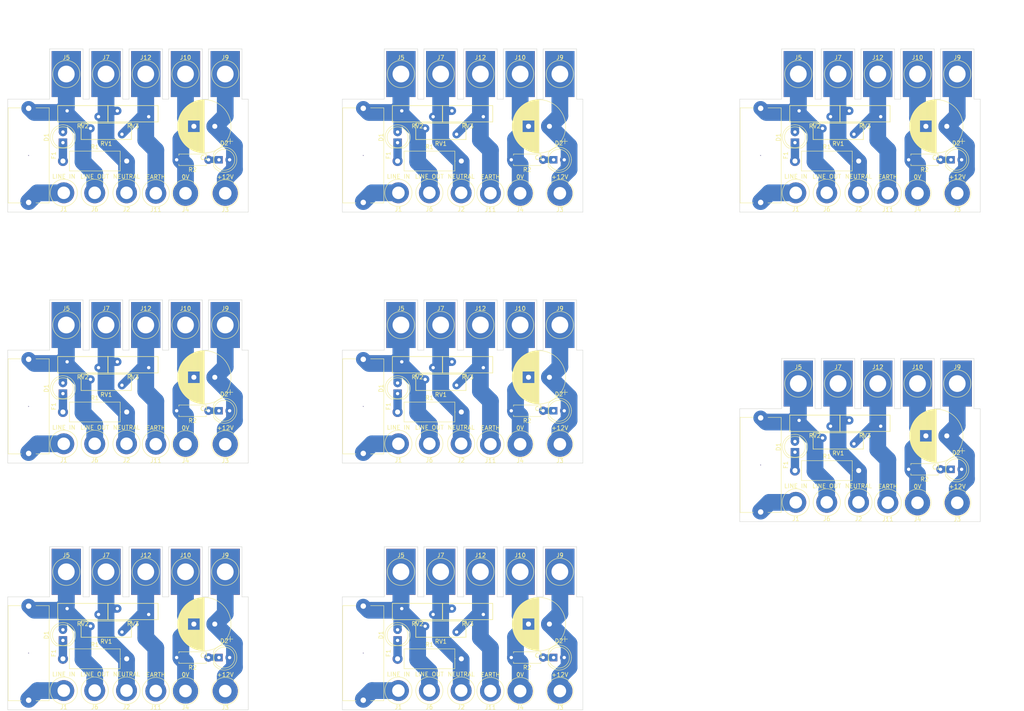
<source format=kicad_pcb>
(kicad_pcb (version 20171130) (host pcbnew 5.1.5+dfsg1-2build2)
  (title_block (title "pcb coupled protection for power supply") (date 2022-04-19) (rev 1) (comment 1 "Tec. Henrique silva"))
  (layers (0 F.Cu signal) (31 B.Cu signal) (34 B.Paste user) (35 F.Paste user) (36 B.SilkS user) (37 F.SilkS user) (38 B.Mask user) (39 F.Mask user) (44 Edge.Cuts user))
  (net 0 "")
  (module Varistor:RV_Disc_D12mm_W3.9mm_P7.5mm (layer F.Cu) (at 217.3 51)
    (fp_text reference RV1 (at 3.75 3.65) (layer F.SilkS))
    (fp_text value 275V)
    (pad 1 thru_hole circle (at 0 0) (size 1.8 1.8) (drill 0.8) (layers *.Cu *.Mask))
    (pad 2 thru_hole circle (at 7.5 1.4) (size 1.8 1.8) (drill 0.8) (layers *.Cu *.Mask))
  )
  (module TestPoint:TestPoint_Plated_Hole_D5.0mm (layer F.Cu) (at 249.5 38)
    (fp_text reference J9 (at 0 -3.948) (layer F.SilkS))
    (fp_text value +12V)
    (pad 1 thru_hole rect (at 0 0) (size 7 11) (drill 4) (layers *.Cu *.Mask))
  )
  (module TestPoint:TestPoint_Plated_Hole_D5.0mm (layer F.Cu) (at 221 38)
    (fp_text reference J7 (at 0 -3.948) (layer F.SilkS))
    (fp_text value NEUTRAL)
    (pad 1 thru_hole rect (at 0 0) (size 7 11) (drill 4) (layers *.Cu *.Mask))
  )
  (module TestPoint:TestPoint_Plated_Hole_D5.0mm (layer F.Cu) (at 232.9 66.5 180)
    (fp_text reference J11 (at 0 -3.948) (layer F.SilkS))
    (fp_text value EARTH (at 0 3.9) (layer F.SilkS))
    (pad 1 thru_hole circle (at 0 0 180) (size 5 5) (drill 3) (layers *.Cu *.Mask))
  )
  (module TestPoint:TestPoint_Plated_Hole_D5.0mm (layer F.Cu) (at 249.5 66.5 180)
    (fp_text reference J3 (at 0 -3.948) (layer F.SilkS))
    (fp_text value +12V (at 0 3.9) (layer F.SilkS))
    (pad 1 thru_hole circle (at 0 0 180) (size 6 6) (drill 3) (layers *.Cu *.Mask))
  )
  (module LED_THT:LED_D5.0mm (layer F.Cu) (at 210.7 54.4 90)
    (fp_text reference D1 (at 1.27 -3.96 90) (layer F.SilkS))
    (fp_text value LED)
    (pad 1 thru_hole rect (at 0 0 90) (size 2 2) (drill 0.8) (layers *.Cu *.Mask))
    (pad 2 thru_hole circle (at 2.54 0 90) (size 2 2) (drill 0.8) (layers *.Cu *.Mask))
  )
  (module TestPoint:TestPoint_Plated_Hole_D5.0mm (layer F.Cu) (at 225.9 66.4 180)
    (fp_text reference J2 (at 0 -3.948) (layer F.SilkS))
    (fp_text value NEUTRAL (at 0 3.9) (layer F.SilkS))
    (pad 1 thru_hole circle (at 0 0 180) (size 5 5) (drill 3) (layers *.Cu *.Mask))
  )
  (module TestPoint:TestPoint_Plated_Hole_D5.0mm (layer F.Cu) (at 218.3 66.4 180)
    (fp_text reference J6 (at 0 -3.948) (layer F.SilkS))
    (fp_text value "LINE OUT" (at 0 3.9) (layer F.SilkS))
    (pad 1 thru_hole circle (at 0 0 180) (size 5 5) (drill 3) (layers *.Cu *.Mask))
  )
  (module Varistor:RV_Disc_D12mm_W3.9mm_P7.5mm (layer F.Cu) (at 223.7 46.8)
    (fp_text reference RV3 (at 3.75 3.65) (layer F.SilkS))
    (fp_text value 275V)
    (pad 1 thru_hole circle (at 0 0) (size 1.8 1.8) (drill 0.8) (layers *.Cu *.Mask))
    (pad 2 thru_hole circle (at 7.5 1.4) (size 1.8 1.8) (drill 0.8) (layers *.Cu *.Mask))
  )
  (module TestPoint:TestPoint_Plated_Hole_D5.0mm (layer F.Cu) (at 230.5 38)
    (fp_text reference J12 (at 0 -3.948) (layer F.SilkS))
    (fp_text value EARTH)
    (pad 1 thru_hole rect (at 0 0) (size 7 11) (drill 4) (layers *.Cu *.Mask))
  )
  (module Resistor_THT:R_Axial_DIN0414_L11.9mm_D4.5mm_P15.24mm_Horizontal (layer F.Cu) (at 210.7 58.8)
    (fp_text reference R1 (at 7.62 -3.37) (layer F.SilkS))
    (fp_text value "30K 2W")
    (pad 1 thru_hole circle (at 0 0) (size 2.4 2.4) (drill 1.2) (layers *.Cu *.Mask))
    (pad 2 thru_hole oval (at 15.24 0) (size 2.4 2.4) (drill 1.2) (layers *.Cu *.Mask))
  )
  (module Varistor:RV_Disc_D12mm_W3.9mm_P7.5mm (layer F.Cu) (at 211.7 46.8)
    (fp_text reference RV2 (at 3.75 3.65) (layer F.SilkS))
    (fp_text value 275V)
    (pad 1 thru_hole circle (at 0 0) (size 1.8 1.8) (drill 0.8) (layers *.Cu *.Mask))
    (pad 2 thru_hole circle (at 7.5 1.4) (size 1.8 1.8) (drill 0.8) (layers *.Cu *.Mask))
  )
  (module TestPoint:TestPoint_Plated_Hole_D5.0mm (layer F.Cu) (at 240 38)
    (fp_text reference J10 (at 0 -3.948) (layer F.SilkS))
    (fp_text value 0V)
    (pad 1 thru_hole rect (at 0 0) (size 7 11) (drill 4) (layers *.Cu *.Mask))
  )
  (module Fuse:Fuseholder_Cylinder-5x20mm_Schurter_0031_8201_Horizontal_Open (layer F.Cu) (at 202.5 46.2 270)
    (fp_text reference F1 (at 11.25 -6 90) (layer F.SilkS))
    (fp_text value Fuse)
    (pad 1 thru_hole circle (at 0 0 270) (size 3 3) (drill 1.3) (layers *.Cu *.Mask))
    (pad 2 thru_hole circle (at 22.5 0 270) (size 3 3) (drill 1.3) (layers *.Cu *.Mask))
    (pad "" np_thru_hole circle (at 11.25 0 270) (size 0.2 0.2) (drill 0.1) (layers *.Cu))
  )
  (module Resistor_THT:R_Axial_DIN0207_L6.3mm_D2.5mm_P7.62mm_Horizontal (layer F.Cu) (at 245.5 58.5 180)
    (fp_text reference R2 (at 3.81 -2.37) (layer F.SilkS))
    (fp_text value 1K)
    (pad 1 thru_hole circle (at 0 0 180) (size 2 2) (drill 0.8) (layers *.Cu *.Mask))
    (pad 2 thru_hole oval (at 7.62 0 180) (size 2 2) (drill 0.8) (layers *.Cu *.Mask))
  )
  (module TestPoint:TestPoint_Plated_Hole_D5.0mm (layer F.Cu) (at 211.5 38)
    (fp_text reference J5 (at 0 -3.948) (layer F.SilkS))
    (fp_text value "LINE OUT")
    (pad 1 thru_hole rect (at 0 0) (size 7 11) (drill 4) (layers *.Cu *.Mask))
  )
  (module Capacitor_THT:CP_Radial_D12.5mm_P5.00mm (layer F.Cu) (at 247 50.5 180)
    (fp_text reference C1 (at 2.5 -7.5) (layer F.SilkS))
    (fp_text value CP)
    (pad 1 thru_hole rect (at 0 0 180) (size 2.4 2.4) (drill 1.2) (layers *.Cu *.Mask))
    (pad 2 thru_hole circle (at 5 0 180) (size 2.4 2.4) (drill 1.2) (layers *.Cu *.Mask))
  )
  (module TestPoint:TestPoint_Plated_Hole_D5.0mm (layer F.Cu) (at 240 66.5 180)
    (fp_text reference J4 (at 0 -3.948) (layer F.SilkS))
    (fp_text value 0V (at 0 3.9) (layer F.SilkS))
    (pad 1 thru_hole circle (at 0 0 180) (size 6 6) (drill 3) (layers *.Cu *.Mask))
  )
  (module TestPoint:TestPoint_Plated_Hole_D5.0mm (layer F.Cu) (at 210.9 66.4 180)
    (fp_text reference J1 (at 0 -3.948) (layer F.SilkS))
    (fp_text value "LINE IN" (at 0 3.9) (layer F.SilkS))
    (pad 1 thru_hole circle (at 0 0 180) (size 5 5) (drill 3) (layers *.Cu *.Mask))
  )
  (module LED_THT:LED_D5.0mm (layer F.Cu) (at 248 58.5)
    (fp_text reference D2 (at 1.27 -3.96) (layer F.SilkS))
    (fp_text value LED)
    (pad 1 thru_hole rect (at 0 0) (size 1.8 1.8) (drill 0.8) (layers *.Cu *.Mask))
    (pad 2 thru_hole circle (at 2.54 0) (size 2 2) (drill 0.8) (layers *.Cu *.Mask))
  )
  (module Varistor:RV_Disc_D12mm_W3.9mm_P7.5mm (layer F.Cu) (at 217.3 125)
    (fp_text reference RV1 (at 3.75 3.65) (layer F.SilkS))
    (fp_text value 275V)
    (pad 1 thru_hole circle (at 0 0) (size 1.8 1.8) (drill 0.8) (layers *.Cu *.Mask))
    (pad 2 thru_hole circle (at 7.5 1.4) (size 1.8 1.8) (drill 0.8) (layers *.Cu *.Mask))
  )
  (module TestPoint:TestPoint_Plated_Hole_D5.0mm (layer F.Cu) (at 249.5 112)
    (fp_text reference J9 (at 0 -3.948) (layer F.SilkS))
    (fp_text value +12V)
    (pad 1 thru_hole rect (at 0 0) (size 7 11) (drill 4) (layers *.Cu *.Mask))
  )
  (module TestPoint:TestPoint_Plated_Hole_D5.0mm (layer F.Cu) (at 221 112)
    (fp_text reference J7 (at 0 -3.948) (layer F.SilkS))
    (fp_text value NEUTRAL)
    (pad 1 thru_hole rect (at 0 0) (size 7 11) (drill 4) (layers *.Cu *.Mask))
  )
  (module TestPoint:TestPoint_Plated_Hole_D5.0mm (layer F.Cu) (at 232.9 140.5 180)
    (fp_text reference J11 (at 0 -3.948) (layer F.SilkS))
    (fp_text value EARTH (at 0 3.9) (layer F.SilkS))
    (pad 1 thru_hole circle (at 0 0 180) (size 5 5) (drill 3) (layers *.Cu *.Mask))
  )
  (module TestPoint:TestPoint_Plated_Hole_D5.0mm (layer F.Cu) (at 249.5 140.5 180)
    (fp_text reference J3 (at 0 -3.948) (layer F.SilkS))
    (fp_text value +12V (at 0 3.9) (layer F.SilkS))
    (pad 1 thru_hole circle (at 0 0 180) (size 6 6) (drill 3) (layers *.Cu *.Mask))
  )
  (module LED_THT:LED_D5.0mm (layer F.Cu) (at 210.7 128.4 90)
    (fp_text reference D1 (at 1.27 -3.96 90) (layer F.SilkS))
    (fp_text value LED)
    (pad 1 thru_hole rect (at 0 0 90) (size 2 2) (drill 0.8) (layers *.Cu *.Mask))
    (pad 2 thru_hole circle (at 2.54 0 90) (size 2 2) (drill 0.8) (layers *.Cu *.Mask))
  )
  (module TestPoint:TestPoint_Plated_Hole_D5.0mm (layer F.Cu) (at 225.9 140.4 180)
    (fp_text reference J2 (at 0 -3.948) (layer F.SilkS))
    (fp_text value NEUTRAL (at 0 3.9) (layer F.SilkS))
    (pad 1 thru_hole circle (at 0 0 180) (size 5 5) (drill 3) (layers *.Cu *.Mask))
  )
  (module TestPoint:TestPoint_Plated_Hole_D5.0mm (layer F.Cu) (at 218.3 140.4 180)
    (fp_text reference J6 (at 0 -3.948) (layer F.SilkS))
    (fp_text value "LINE OUT" (at 0 3.9) (layer F.SilkS))
    (pad 1 thru_hole circle (at 0 0 180) (size 5 5) (drill 3) (layers *.Cu *.Mask))
  )
  (module Varistor:RV_Disc_D12mm_W3.9mm_P7.5mm (layer F.Cu) (at 223.7 120.8)
    (fp_text reference RV3 (at 3.75 3.65) (layer F.SilkS))
    (fp_text value 275V)
    (pad 1 thru_hole circle (at 0 0) (size 1.8 1.8) (drill 0.8) (layers *.Cu *.Mask))
    (pad 2 thru_hole circle (at 7.5 1.4) (size 1.8 1.8) (drill 0.8) (layers *.Cu *.Mask))
  )
  (module TestPoint:TestPoint_Plated_Hole_D5.0mm (layer F.Cu) (at 230.5 112)
    (fp_text reference J12 (at 0 -3.948) (layer F.SilkS))
    (fp_text value EARTH)
    (pad 1 thru_hole rect (at 0 0) (size 7 11) (drill 4) (layers *.Cu *.Mask))
  )
  (module Resistor_THT:R_Axial_DIN0414_L11.9mm_D4.5mm_P15.24mm_Horizontal (layer F.Cu) (at 210.7 132.8)
    (fp_text reference R1 (at 7.62 -3.37) (layer F.SilkS))
    (fp_text value "30K 2W")
    (pad 1 thru_hole circle (at 0 0) (size 2.4 2.4) (drill 1.2) (layers *.Cu *.Mask))
    (pad 2 thru_hole oval (at 15.24 0) (size 2.4 2.4) (drill 1.2) (layers *.Cu *.Mask))
  )
  (module Varistor:RV_Disc_D12mm_W3.9mm_P7.5mm (layer F.Cu) (at 211.7 120.8)
    (fp_text reference RV2 (at 3.75 3.65) (layer F.SilkS))
    (fp_text value 275V)
    (pad 1 thru_hole circle (at 0 0) (size 1.8 1.8) (drill 0.8) (layers *.Cu *.Mask))
    (pad 2 thru_hole circle (at 7.5 1.4) (size 1.8 1.8) (drill 0.8) (layers *.Cu *.Mask))
  )
  (module TestPoint:TestPoint_Plated_Hole_D5.0mm (layer F.Cu) (at 240 112)
    (fp_text reference J10 (at 0 -3.948) (layer F.SilkS))
    (fp_text value 0V)
    (pad 1 thru_hole rect (at 0 0) (size 7 11) (drill 4) (layers *.Cu *.Mask))
  )
  (module Fuse:Fuseholder_Cylinder-5x20mm_Schurter_0031_8201_Horizontal_Open (layer F.Cu) (at 202.5 120.2 270)
    (fp_text reference F1 (at 11.25 -6 90) (layer F.SilkS))
    (fp_text value Fuse)
    (pad 1 thru_hole circle (at 0 0 270) (size 3 3) (drill 1.3) (layers *.Cu *.Mask))
    (pad 2 thru_hole circle (at 22.5 0 270) (size 3 3) (drill 1.3) (layers *.Cu *.Mask))
    (pad "" np_thru_hole circle (at 11.25 0 270) (size 0.2 0.2) (drill 0.1) (layers *.Cu))
  )
  (module Resistor_THT:R_Axial_DIN0207_L6.3mm_D2.5mm_P7.62mm_Horizontal (layer F.Cu) (at 245.5 132.5 180)
    (fp_text reference R2 (at 3.81 -2.37) (layer F.SilkS))
    (fp_text value 1K)
    (pad 1 thru_hole circle (at 0 0 180) (size 2 2) (drill 0.8) (layers *.Cu *.Mask))
    (pad 2 thru_hole oval (at 7.62 0 180) (size 2 2) (drill 0.8) (layers *.Cu *.Mask))
  )
  (module TestPoint:TestPoint_Plated_Hole_D5.0mm (layer F.Cu) (at 211.5 112)
    (fp_text reference J5 (at 0 -3.948) (layer F.SilkS))
    (fp_text value "LINE OUT")
    (pad 1 thru_hole rect (at 0 0) (size 7 11) (drill 4) (layers *.Cu *.Mask))
  )
  (module Capacitor_THT:CP_Radial_D12.5mm_P5.00mm (layer F.Cu) (at 247 124.5 180)
    (fp_text reference C1 (at 2.5 -7.5) (layer F.SilkS))
    (fp_text value CP)
    (pad 1 thru_hole rect (at 0 0 180) (size 2.4 2.4) (drill 1.2) (layers *.Cu *.Mask))
    (pad 2 thru_hole circle (at 5 0 180) (size 2.4 2.4) (drill 1.2) (layers *.Cu *.Mask))
  )
  (module TestPoint:TestPoint_Plated_Hole_D5.0mm (layer F.Cu) (at 240 140.5 180)
    (fp_text reference J4 (at 0 -3.948) (layer F.SilkS))
    (fp_text value 0V (at 0 3.9) (layer F.SilkS))
    (pad 1 thru_hole circle (at 0 0 180) (size 6 6) (drill 3) (layers *.Cu *.Mask))
  )
  (module TestPoint:TestPoint_Plated_Hole_D5.0mm (layer F.Cu) (at 210.9 140.4 180)
    (fp_text reference J1 (at 0 -3.948) (layer F.SilkS))
    (fp_text value "LINE IN" (at 0 3.9) (layer F.SilkS))
    (pad 1 thru_hole circle (at 0 0 180) (size 5 5) (drill 3) (layers *.Cu *.Mask))
  )
  (module LED_THT:LED_D5.0mm (layer F.Cu) (at 248 132.5)
    (fp_text reference D2 (at 1.27 -3.96) (layer F.SilkS))
    (fp_text value LED)
    (pad 1 thru_hole rect (at 0 0) (size 1.8 1.8) (drill 0.8) (layers *.Cu *.Mask))
    (pad 2 thru_hole circle (at 2.54 0) (size 2 2) (drill 0.8) (layers *.Cu *.Mask))
  )
  (module TestPoint:TestPoint_Plated_Hole_D5.0mm (layer F.Cu) (at 123.3 185.4 180)
    (fp_text reference J6 (at 0 -3.948) (layer F.SilkS))
    (fp_text value "LINE OUT" (at 0 3.9) (layer F.SilkS))
    (pad 1 thru_hole circle (at 0 0 180) (size 5 5) (drill 3) (layers *.Cu *.Mask))
  )
  (module TestPoint:TestPoint_Plated_Hole_D5.0mm (layer F.Cu) (at 154.5 185.5 180)
    (fp_text reference J3 (at 0 -3.948) (layer F.SilkS))
    (fp_text value +12V (at 0 3.9) (layer F.SilkS))
    (pad 1 thru_hole circle (at 0 0 180) (size 6 6) (drill 3) (layers *.Cu *.Mask))
  )
  (module LED_THT:LED_D5.0mm (layer F.Cu) (at 153 177.5)
    (fp_text reference D2 (at 1.27 -3.96) (layer F.SilkS))
    (fp_text value LED)
    (pad 2 thru_hole circle (at 2.54 0) (size 2 2) (drill 0.8) (layers *.Cu *.Mask))
    (pad 1 thru_hole rect (at 0 0) (size 1.8 1.8) (drill 0.8) (layers *.Cu *.Mask))
  )
  (module TestPoint:TestPoint_Plated_Hole_D5.0mm (layer F.Cu) (at 126 157)
    (fp_text reference J7 (at 0 -3.948) (layer F.SilkS))
    (fp_text value NEUTRAL)
    (pad 1 thru_hole rect (at 0 0) (size 7 11) (drill 4) (layers *.Cu *.Mask))
  )
  (module Capacitor_THT:CP_Radial_D12.5mm_P5.00mm (layer F.Cu) (at 152 169.5 180)
    (fp_text reference C1 (at 2.5 -7.5) (layer F.SilkS))
    (fp_text value CP)
    (pad 2 thru_hole circle (at 5 0 180) (size 2.4 2.4) (drill 1.2) (layers *.Cu *.Mask))
    (pad 1 thru_hole rect (at 0 0 180) (size 2.4 2.4) (drill 1.2) (layers *.Cu *.Mask))
  )
  (module TestPoint:TestPoint_Plated_Hole_D5.0mm (layer F.Cu) (at 115.9 185.4 180)
    (fp_text reference J1 (at 0 -3.948) (layer F.SilkS))
    (fp_text value "LINE IN" (at 0 3.9) (layer F.SilkS))
    (pad 1 thru_hole circle (at 0 0 180) (size 5 5) (drill 3) (layers *.Cu *.Mask))
  )
  (module TestPoint:TestPoint_Plated_Hole_D5.0mm (layer F.Cu) (at 145 157)
    (fp_text reference J10 (at 0 -3.948) (layer F.SilkS))
    (fp_text value 0V)
    (pad 1 thru_hole rect (at 0 0) (size 7 11) (drill 4) (layers *.Cu *.Mask))
  )
  (module TestPoint:TestPoint_Plated_Hole_D5.0mm (layer F.Cu) (at 137.9 185.5 180)
    (fp_text reference J11 (at 0 -3.948) (layer F.SilkS))
    (fp_text value EARTH (at 0 3.9) (layer F.SilkS))
    (pad 1 thru_hole circle (at 0 0 180) (size 5 5) (drill 3) (layers *.Cu *.Mask))
  )
  (module Resistor_THT:R_Axial_DIN0414_L11.9mm_D4.5mm_P15.24mm_Horizontal (layer F.Cu) (at 115.7 177.8)
    (fp_text reference R1 (at 7.62 -3.37) (layer F.SilkS))
    (fp_text value "30K 2W")
    (pad 2 thru_hole oval (at 15.24 0) (size 2.4 2.4) (drill 1.2) (layers *.Cu *.Mask))
    (pad 1 thru_hole circle (at 0 0) (size 2.4 2.4) (drill 1.2) (layers *.Cu *.Mask))
  )
  (module Capacitor_THT:CP_Radial_D12.5mm_P5.00mm (layer F.Cu) (at 152 110.5 180)
    (fp_text reference C1 (at 2.5 -7.5) (layer F.SilkS))
    (fp_text value CP)
    (pad 2 thru_hole circle (at 5 0 180) (size 2.4 2.4) (drill 1.2) (layers *.Cu *.Mask))
    (pad 1 thru_hole rect (at 0 0 180) (size 2.4 2.4) (drill 1.2) (layers *.Cu *.Mask))
  )
  (module TestPoint:TestPoint_Plated_Hole_D5.0mm (layer F.Cu) (at 145 126.5 180)
    (fp_text reference J4 (at 0 -3.948) (layer F.SilkS))
    (fp_text value 0V (at 0 3.9) (layer F.SilkS))
    (pad 1 thru_hole circle (at 0 0 180) (size 6 6) (drill 3) (layers *.Cu *.Mask))
  )
  (module TestPoint:TestPoint_Plated_Hole_D5.0mm (layer F.Cu) (at 115.9 126.4 180)
    (fp_text reference J1 (at 0 -3.948) (layer F.SilkS))
    (fp_text value "LINE IN" (at 0 3.9) (layer F.SilkS))
    (pad 1 thru_hole circle (at 0 0 180) (size 5 5) (drill 3) (layers *.Cu *.Mask))
  )
  (module TestPoint:TestPoint_Plated_Hole_D5.0mm (layer F.Cu) (at 115.9 66.4 180)
    (fp_text reference J1 (at 0 -3.948) (layer F.SilkS))
    (fp_text value "LINE IN" (at 0 3.9) (layer F.SilkS))
    (pad 1 thru_hole circle (at 0 0 180) (size 5 5) (drill 3) (layers *.Cu *.Mask))
  )
  (module TestPoint:TestPoint_Plated_Hole_D5.0mm (layer F.Cu) (at 145 38)
    (fp_text reference J10 (at 0 -3.948) (layer F.SilkS))
    (fp_text value 0V)
    (pad 1 thru_hole rect (at 0 0) (size 7 11) (drill 4) (layers *.Cu *.Mask))
  )
  (module Fuse:Fuseholder_Cylinder-5x20mm_Schurter_0031_8201_Horizontal_Open (layer F.Cu) (at 107.5 46.2 270)
    (fp_text reference F1 (at 11.25 -6 90) (layer F.SilkS))
    (fp_text value Fuse)
    (pad "" np_thru_hole circle (at 11.25 0 270) (size 0.2 0.2) (drill 0.1) (layers *.Cu))
    (pad 2 thru_hole circle (at 22.5 0 270) (size 3 3) (drill 1.3) (layers *.Cu *.Mask))
    (pad 1 thru_hole circle (at 0 0 270) (size 3 3) (drill 1.3) (layers *.Cu *.Mask))
  )
  (module Varistor:RV_Disc_D12mm_W3.9mm_P7.5mm (layer F.Cu) (at 122.3 51)
    (fp_text reference RV1 (at 3.75 3.65) (layer F.SilkS))
    (fp_text value 275V)
    (pad 2 thru_hole circle (at 7.5 1.4) (size 1.8 1.8) (drill 0.8) (layers *.Cu *.Mask))
    (pad 1 thru_hole circle (at 0 0) (size 1.8 1.8) (drill 0.8) (layers *.Cu *.Mask))
  )
  (module Varistor:RV_Disc_D12mm_W3.9mm_P7.5mm (layer F.Cu) (at 116.7 46.8)
    (fp_text reference RV2 (at 3.75 3.65) (layer F.SilkS))
    (fp_text value 275V)
    (pad 2 thru_hole circle (at 7.5 1.4) (size 1.8 1.8) (drill 0.8) (layers *.Cu *.Mask))
    (pad 1 thru_hole circle (at 0 0) (size 1.8 1.8) (drill 0.8) (layers *.Cu *.Mask))
  )
  (module Varistor:RV_Disc_D12mm_W3.9mm_P7.5mm (layer F.Cu) (at 128.7 46.8)
    (fp_text reference RV3 (at 3.75 3.65) (layer F.SilkS))
    (fp_text value 275V)
    (pad 2 thru_hole circle (at 7.5 1.4) (size 1.8 1.8) (drill 0.8) (layers *.Cu *.Mask))
    (pad 1 thru_hole circle (at 0 0) (size 1.8 1.8) (drill 0.8) (layers *.Cu *.Mask))
  )
  (module LED_THT:LED_D5.0mm (layer F.Cu) (at 153 118.5)
    (fp_text reference D2 (at 1.27 -3.96) (layer F.SilkS))
    (fp_text value LED)
    (pad 2 thru_hole circle (at 2.54 0) (size 2 2) (drill 0.8) (layers *.Cu *.Mask))
    (pad 1 thru_hole rect (at 0 0) (size 1.8 1.8) (drill 0.8) (layers *.Cu *.Mask))
  )
  (module TestPoint:TestPoint_Plated_Hole_D5.0mm (layer F.Cu) (at 154.5 98)
    (fp_text reference J9 (at 0 -3.948) (layer F.SilkS))
    (fp_text value +12V)
    (pad 1 thru_hole rect (at 0 0) (size 7 11) (drill 4) (layers *.Cu *.Mask))
  )
  (module TestPoint:TestPoint_Plated_Hole_D5.0mm (layer F.Cu) (at 126 98)
    (fp_text reference J7 (at 0 -3.948) (layer F.SilkS))
    (fp_text value NEUTRAL)
    (pad 1 thru_hole rect (at 0 0) (size 7 11) (drill 4) (layers *.Cu *.Mask))
  )
  (module TestPoint:TestPoint_Plated_Hole_D5.0mm (layer F.Cu) (at 137.9 126.5 180)
    (fp_text reference J11 (at 0 -3.948) (layer F.SilkS))
    (fp_text value EARTH (at 0 3.9) (layer F.SilkS))
    (pad 1 thru_hole circle (at 0 0 180) (size 5 5) (drill 3) (layers *.Cu *.Mask))
  )
  (module TestPoint:TestPoint_Plated_Hole_D5.0mm (layer F.Cu) (at 154.5 126.5 180)
    (fp_text reference J3 (at 0 -3.948) (layer F.SilkS))
    (fp_text value +12V (at 0 3.9) (layer F.SilkS))
    (pad 1 thru_hole circle (at 0 0 180) (size 6 6) (drill 3) (layers *.Cu *.Mask))
  )
  (module LED_THT:LED_D5.0mm (layer F.Cu) (at 115.7 114.4 90)
    (fp_text reference D1 (at 1.27 -3.96 90) (layer F.SilkS))
    (fp_text value LED)
    (pad 2 thru_hole circle (at 2.54 0 90) (size 2 2) (drill 0.8) (layers *.Cu *.Mask))
    (pad 1 thru_hole rect (at 0 0 90) (size 2 2) (drill 0.8) (layers *.Cu *.Mask))
  )
  (module TestPoint:TestPoint_Plated_Hole_D5.0mm (layer F.Cu) (at 130.9 126.4 180)
    (fp_text reference J2 (at 0 -3.948) (layer F.SilkS))
    (fp_text value NEUTRAL (at 0 3.9) (layer F.SilkS))
    (pad 1 thru_hole circle (at 0 0 180) (size 5 5) (drill 3) (layers *.Cu *.Mask))
  )
  (module TestPoint:TestPoint_Plated_Hole_D5.0mm (layer F.Cu) (at 123.3 126.4 180)
    (fp_text reference J6 (at 0 -3.948) (layer F.SilkS))
    (fp_text value "LINE OUT" (at 0 3.9) (layer F.SilkS))
    (pad 1 thru_hole circle (at 0 0 180) (size 5 5) (drill 3) (layers *.Cu *.Mask))
  )
  (module LED_THT:LED_D5.0mm (layer F.Cu) (at 115.7 173.4 90)
    (fp_text reference D1 (at 1.27 -3.96 90) (layer F.SilkS))
    (fp_text value LED)
    (pad 2 thru_hole circle (at 2.54 0 90) (size 2 2) (drill 0.8) (layers *.Cu *.Mask))
    (pad 1 thru_hole rect (at 0 0 90) (size 2 2) (drill 0.8) (layers *.Cu *.Mask))
  )
  (module Resistor_THT:R_Axial_DIN0207_L6.3mm_D2.5mm_P7.62mm_Horizontal (layer F.Cu) (at 150.5 177.5 180)
    (fp_text reference R2 (at 3.81 -2.37) (layer F.SilkS))
    (fp_text value 1K)
    (pad 2 thru_hole oval (at 7.62 0 180) (size 2 2) (drill 0.8) (layers *.Cu *.Mask))
    (pad 1 thru_hole circle (at 0 0 180) (size 2 2) (drill 0.8) (layers *.Cu *.Mask))
  )
  (module Varistor:RV_Disc_D12mm_W3.9mm_P7.5mm (layer F.Cu) (at 128.7 165.8)
    (fp_text reference RV3 (at 3.75 3.65) (layer F.SilkS))
    (fp_text value 275V)
    (pad 2 thru_hole circle (at 7.5 1.4) (size 1.8 1.8) (drill 0.8) (layers *.Cu *.Mask))
    (pad 1 thru_hole circle (at 0 0) (size 1.8 1.8) (drill 0.8) (layers *.Cu *.Mask))
  )
  (module Varistor:RV_Disc_D12mm_W3.9mm_P7.5mm (layer F.Cu) (at 116.7 165.8)
    (fp_text reference RV2 (at 3.75 3.65) (layer F.SilkS))
    (fp_text value 275V)
    (pad 2 thru_hole circle (at 7.5 1.4) (size 1.8 1.8) (drill 0.8) (layers *.Cu *.Mask))
    (pad 1 thru_hole circle (at 0 0) (size 1.8 1.8) (drill 0.8) (layers *.Cu *.Mask))
  )
  (module Varistor:RV_Disc_D12mm_W3.9mm_P7.5mm (layer F.Cu) (at 128.7 106.8)
    (fp_text reference RV3 (at 3.75 3.65) (layer F.SilkS))
    (fp_text value 275V)
    (pad 2 thru_hole circle (at 7.5 1.4) (size 1.8 1.8) (drill 0.8) (layers *.Cu *.Mask))
    (pad 1 thru_hole circle (at 0 0) (size 1.8 1.8) (drill 0.8) (layers *.Cu *.Mask))
  )
  (module LED_THT:LED_D5.0mm (layer F.Cu) (at 153 58.5)
    (fp_text reference D2 (at 1.27 -3.96) (layer F.SilkS))
    (fp_text value LED)
    (pad 2 thru_hole circle (at 2.54 0) (size 2 2) (drill 0.8) (layers *.Cu *.Mask))
    (pad 1 thru_hole rect (at 0 0) (size 1.8 1.8) (drill 0.8) (layers *.Cu *.Mask))
  )
  (module TestPoint:TestPoint_Plated_Hole_D5.0mm (layer F.Cu) (at 154.5 38)
    (fp_text reference J9 (at 0 -3.948) (layer F.SilkS))
    (fp_text value +12V)
    (pad 1 thru_hole rect (at 0 0) (size 7 11) (drill 4) (layers *.Cu *.Mask))
  )
  (module TestPoint:TestPoint_Plated_Hole_D5.0mm (layer F.Cu) (at 126 38)
    (fp_text reference J7 (at 0 -3.948) (layer F.SilkS))
    (fp_text value NEUTRAL)
    (pad 1 thru_hole rect (at 0 0) (size 7 11) (drill 4) (layers *.Cu *.Mask))
  )
  (module TestPoint:TestPoint_Plated_Hole_D5.0mm (layer F.Cu) (at 137.9 66.5 180)
    (fp_text reference J11 (at 0 -3.948) (layer F.SilkS))
    (fp_text value EARTH (at 0 3.9) (layer F.SilkS))
    (pad 1 thru_hole circle (at 0 0 180) (size 5 5) (drill 3) (layers *.Cu *.Mask))
  )
  (module TestPoint:TestPoint_Plated_Hole_D5.0mm (layer F.Cu) (at 154.5 66.5 180)
    (fp_text reference J3 (at 0 -3.948) (layer F.SilkS))
    (fp_text value +12V (at 0 3.9) (layer F.SilkS))
    (pad 1 thru_hole circle (at 0 0 180) (size 6 6) (drill 3) (layers *.Cu *.Mask))
  )
  (module LED_THT:LED_D5.0mm (layer F.Cu) (at 115.7 54.4 90)
    (fp_text reference D1 (at 1.27 -3.96 90) (layer F.SilkS))
    (fp_text value LED)
    (pad 2 thru_hole circle (at 2.54 0 90) (size 2 2) (drill 0.8) (layers *.Cu *.Mask))
    (pad 1 thru_hole rect (at 0 0 90) (size 2 2) (drill 0.8) (layers *.Cu *.Mask))
  )
  (module TestPoint:TestPoint_Plated_Hole_D5.0mm (layer F.Cu) (at 130.9 66.4 180)
    (fp_text reference J2 (at 0 -3.948) (layer F.SilkS))
    (fp_text value NEUTRAL (at 0 3.9) (layer F.SilkS))
    (pad 1 thru_hole circle (at 0 0 180) (size 5 5) (drill 3) (layers *.Cu *.Mask))
  )
  (module TestPoint:TestPoint_Plated_Hole_D5.0mm (layer F.Cu) (at 123.3 66.4 180)
    (fp_text reference J6 (at 0 -3.948) (layer F.SilkS))
    (fp_text value "LINE OUT" (at 0 3.9) (layer F.SilkS))
    (pad 1 thru_hole circle (at 0 0 180) (size 5 5) (drill 3) (layers *.Cu *.Mask))
  )
  (module TestPoint:TestPoint_Plated_Hole_D5.0mm (layer F.Cu) (at 116.5 38)
    (fp_text reference J5 (at 0 -3.948) (layer F.SilkS))
    (fp_text value "LINE OUT")
    (pad 1 thru_hole rect (at 0 0) (size 7 11) (drill 4) (layers *.Cu *.Mask))
  )
  (module Capacitor_THT:CP_Radial_D12.5mm_P5.00mm (layer F.Cu) (at 152 50.5 180)
    (fp_text reference C1 (at 2.5 -7.5) (layer F.SilkS))
    (fp_text value CP)
    (pad 2 thru_hole circle (at 5 0 180) (size 2.4 2.4) (drill 1.2) (layers *.Cu *.Mask))
    (pad 1 thru_hole rect (at 0 0 180) (size 2.4 2.4) (drill 1.2) (layers *.Cu *.Mask))
  )
  (module TestPoint:TestPoint_Plated_Hole_D5.0mm (layer F.Cu) (at 145 66.5 180)
    (fp_text reference J4 (at 0 -3.948) (layer F.SilkS))
    (fp_text value 0V (at 0 3.9) (layer F.SilkS))
    (pad 1 thru_hole circle (at 0 0 180) (size 6 6) (drill 3) (layers *.Cu *.Mask))
  )
  (module Resistor_THT:R_Axial_DIN0207_L6.3mm_D2.5mm_P7.62mm_Horizontal (layer F.Cu) (at 150.5 118.5 180)
    (fp_text reference R2 (at 3.81 -2.37) (layer F.SilkS))
    (fp_text value 1K)
    (pad 2 thru_hole oval (at 7.62 0 180) (size 2 2) (drill 0.8) (layers *.Cu *.Mask))
    (pad 1 thru_hole circle (at 0 0 180) (size 2 2) (drill 0.8) (layers *.Cu *.Mask))
  )
  (module TestPoint:TestPoint_Plated_Hole_D5.0mm (layer F.Cu) (at 116.5 98)
    (fp_text reference J5 (at 0 -3.948) (layer F.SilkS))
    (fp_text value "LINE OUT")
    (pad 1 thru_hole rect (at 0 0) (size 7 11) (drill 4) (layers *.Cu *.Mask))
  )
  (module Resistor_THT:R_Axial_DIN0207_L6.3mm_D2.5mm_P7.62mm_Horizontal (layer F.Cu) (at 150.5 58.5 180)
    (fp_text reference R2 (at 3.81 -2.37) (layer F.SilkS))
    (fp_text value 1K)
    (pad 2 thru_hole oval (at 7.62 0 180) (size 2 2) (drill 0.8) (layers *.Cu *.Mask))
    (pad 1 thru_hole circle (at 0 0 180) (size 2 2) (drill 0.8) (layers *.Cu *.Mask))
  )
  (module TestPoint:TestPoint_Plated_Hole_D5.0mm (layer F.Cu) (at 135.5 38)
    (fp_text reference J12 (at 0 -3.948) (layer F.SilkS))
    (fp_text value EARTH)
    (pad 1 thru_hole rect (at 0 0) (size 7 11) (drill 4) (layers *.Cu *.Mask))
  )
  (module Resistor_THT:R_Axial_DIN0414_L11.9mm_D4.5mm_P15.24mm_Horizontal (layer F.Cu) (at 115.7 58.8)
    (fp_text reference R1 (at 7.62 -3.37) (layer F.SilkS))
    (fp_text value "30K 2W")
    (pad 2 thru_hole oval (at 15.24 0) (size 2.4 2.4) (drill 1.2) (layers *.Cu *.Mask))
    (pad 1 thru_hole circle (at 0 0) (size 2.4 2.4) (drill 1.2) (layers *.Cu *.Mask))
  )
  (module TestPoint:TestPoint_Plated_Hole_D5.0mm (layer F.Cu) (at 135.5 98)
    (fp_text reference J12 (at 0 -3.948) (layer F.SilkS))
    (fp_text value EARTH)
    (pad 1 thru_hole rect (at 0 0) (size 7 11) (drill 4) (layers *.Cu *.Mask))
  )
  (module Resistor_THT:R_Axial_DIN0414_L11.9mm_D4.5mm_P15.24mm_Horizontal (layer F.Cu) (at 115.7 118.8)
    (fp_text reference R1 (at 7.62 -3.37) (layer F.SilkS))
    (fp_text value "30K 2W")
    (pad 2 thru_hole oval (at 15.24 0) (size 2.4 2.4) (drill 1.2) (layers *.Cu *.Mask))
    (pad 1 thru_hole circle (at 0 0) (size 2.4 2.4) (drill 1.2) (layers *.Cu *.Mask))
  )
  (module Varistor:RV_Disc_D12mm_W3.9mm_P7.5mm (layer F.Cu) (at 116.7 106.8)
    (fp_text reference RV2 (at 3.75 3.65) (layer F.SilkS))
    (fp_text value 275V)
    (pad 2 thru_hole circle (at 7.5 1.4) (size 1.8 1.8) (drill 0.8) (layers *.Cu *.Mask))
    (pad 1 thru_hole circle (at 0 0) (size 1.8 1.8) (drill 0.8) (layers *.Cu *.Mask))
  )
  (module TestPoint:TestPoint_Plated_Hole_D5.0mm (layer F.Cu) (at 145 185.5 180)
    (fp_text reference J4 (at 0 -3.948) (layer F.SilkS))
    (fp_text value 0V (at 0 3.9) (layer F.SilkS))
    (pad 1 thru_hole circle (at 0 0 180) (size 6 6) (drill 3) (layers *.Cu *.Mask))
  )
  (module TestPoint:TestPoint_Plated_Hole_D5.0mm (layer F.Cu) (at 145 98)
    (fp_text reference J10 (at 0 -3.948) (layer F.SilkS))
    (fp_text value 0V)
    (pad 1 thru_hole rect (at 0 0) (size 7 11) (drill 4) (layers *.Cu *.Mask))
  )
  (module Fuse:Fuseholder_Cylinder-5x20mm_Schurter_0031_8201_Horizontal_Open (layer F.Cu) (at 107.5 106.2 270)
    (fp_text reference F1 (at 11.25 -6 90) (layer F.SilkS))
    (fp_text value Fuse)
    (pad "" np_thru_hole circle (at 11.25 0 270) (size 0.2 0.2) (drill 0.1) (layers *.Cu))
    (pad 2 thru_hole circle (at 22.5 0 270) (size 3 3) (drill 1.3) (layers *.Cu *.Mask))
    (pad 1 thru_hole circle (at 0 0 270) (size 3 3) (drill 1.3) (layers *.Cu *.Mask))
  )
  (module TestPoint:TestPoint_Plated_Hole_D5.0mm (layer F.Cu) (at 116.5 157)
    (fp_text reference J5 (at 0 -3.948) (layer F.SilkS))
    (fp_text value "LINE OUT")
    (pad 1 thru_hole rect (at 0 0) (size 7 11) (drill 4) (layers *.Cu *.Mask))
  )
  (module TestPoint:TestPoint_Plated_Hole_D5.0mm (layer F.Cu) (at 130.9 185.4 180)
    (fp_text reference J2 (at 0 -3.948) (layer F.SilkS))
    (fp_text value NEUTRAL (at 0 3.9) (layer F.SilkS))
    (pad 1 thru_hole circle (at 0 0 180) (size 5 5) (drill 3) (layers *.Cu *.Mask))
  )
  (module Varistor:RV_Disc_D12mm_W3.9mm_P7.5mm (layer F.Cu) (at 122.3 111)
    (fp_text reference RV1 (at 3.75 3.65) (layer F.SilkS))
    (fp_text value 275V)
    (pad 2 thru_hole circle (at 7.5 1.4) (size 1.8 1.8) (drill 0.8) (layers *.Cu *.Mask))
    (pad 1 thru_hole circle (at 0 0) (size 1.8 1.8) (drill 0.8) (layers *.Cu *.Mask))
  )
  (module TestPoint:TestPoint_Plated_Hole_D5.0mm (layer F.Cu) (at 154.5 157)
    (fp_text reference J9 (at 0 -3.948) (layer F.SilkS))
    (fp_text value +12V)
    (pad 1 thru_hole rect (at 0 0) (size 7 11) (drill 4) (layers *.Cu *.Mask))
  )
  (module Fuse:Fuseholder_Cylinder-5x20mm_Schurter_0031_8201_Horizontal_Open (layer F.Cu) (at 107.5 165.2 270)
    (fp_text reference F1 (at 11.25 -6 90) (layer F.SilkS))
    (fp_text value Fuse)
    (pad "" np_thru_hole circle (at 11.25 0 270) (size 0.2 0.2) (drill 0.1) (layers *.Cu))
    (pad 2 thru_hole circle (at 22.5 0 270) (size 3 3) (drill 1.3) (layers *.Cu *.Mask))
    (pad 1 thru_hole circle (at 0 0 270) (size 3 3) (drill 1.3) (layers *.Cu *.Mask))
  )
  (module Varistor:RV_Disc_D12mm_W3.9mm_P7.5mm (layer F.Cu) (at 122.3 170)
    (fp_text reference RV1 (at 3.75 3.65) (layer F.SilkS))
    (fp_text value 275V)
    (pad 2 thru_hole circle (at 7.5 1.4) (size 1.8 1.8) (drill 0.8) (layers *.Cu *.Mask))
    (pad 1 thru_hole circle (at 0 0) (size 1.8 1.8) (drill 0.8) (layers *.Cu *.Mask))
  )
  (module TestPoint:TestPoint_Plated_Hole_D5.0mm (layer F.Cu) (at 135.5 157)
    (fp_text reference J12 (at 0 -3.948) (layer F.SilkS))
    (fp_text value EARTH)
    (pad 1 thru_hole rect (at 0 0) (size 7 11) (drill 4) (layers *.Cu *.Mask))
  )
  (module LED_THT:LED_D5.0mm (layer F.Cu) (at 73 58.5)
    (fp_text reference D2 (at 1.27 -3.96) (layer F.SilkS))
    (fp_text value LED)
    (pad 1 thru_hole rect (at 0 0) (size 1.8 1.8) (drill 0.8) (layers *.Cu *.Mask))
    (pad 2 thru_hole circle (at 2.54 0) (size 2 2) (drill 0.8) (layers *.Cu *.Mask))
  )
  (module TestPoint:TestPoint_Plated_Hole_D5.0mm (layer F.Cu) (at 74.5 38)
    (fp_text reference J9 (at 0 -3.948) (layer F.SilkS))
    (fp_text value +12V)
    (pad 1 thru_hole rect (at 0 0) (size 7 11) (drill 4) (layers *.Cu *.Mask))
  )
  (module TestPoint:TestPoint_Plated_Hole_D5.0mm (layer F.Cu) (at 46 38)
    (fp_text reference J7 (at 0 -3.948) (layer F.SilkS))
    (fp_text value NEUTRAL)
    (pad 1 thru_hole rect (at 0 0) (size 7 11) (drill 4) (layers *.Cu *.Mask))
  )
  (module TestPoint:TestPoint_Plated_Hole_D5.0mm (layer F.Cu) (at 57.9 66.5 180)
    (fp_text reference J11 (at 0 -3.948) (layer F.SilkS))
    (fp_text value EARTH (at 0 3.9) (layer F.SilkS))
    (pad 1 thru_hole circle (at 0 0 180) (size 5 5) (drill 3) (layers *.Cu *.Mask))
  )
  (module TestPoint:TestPoint_Plated_Hole_D5.0mm (layer F.Cu) (at 74.5 66.5 180)
    (fp_text reference J3 (at 0 -3.948) (layer F.SilkS))
    (fp_text value +12V (at 0 3.9) (layer F.SilkS))
    (pad 1 thru_hole circle (at 0 0 180) (size 6 6) (drill 3) (layers *.Cu *.Mask))
  )
  (module LED_THT:LED_D5.0mm (layer F.Cu) (at 35.7 54.4 90)
    (fp_text reference D1 (at 1.27 -3.96 90) (layer F.SilkS))
    (fp_text value LED)
    (pad 1 thru_hole rect (at 0 0 90) (size 2 2) (drill 0.8) (layers *.Cu *.Mask))
    (pad 2 thru_hole circle (at 2.54 0 90) (size 2 2) (drill 0.8) (layers *.Cu *.Mask))
  )
  (module TestPoint:TestPoint_Plated_Hole_D5.0mm (layer F.Cu) (at 50.9 66.4 180)
    (fp_text reference J2 (at 0 -3.948) (layer F.SilkS))
    (fp_text value NEUTRAL (at 0 3.9) (layer F.SilkS))
    (pad 1 thru_hole circle (at 0 0 180) (size 5 5) (drill 3) (layers *.Cu *.Mask))
  )
  (module TestPoint:TestPoint_Plated_Hole_D5.0mm (layer F.Cu) (at 43.3 66.4 180)
    (fp_text reference J6 (at 0 -3.948) (layer F.SilkS))
    (fp_text value "LINE OUT" (at 0 3.9) (layer F.SilkS))
    (pad 1 thru_hole circle (at 0 0 180) (size 5 5) (drill 3) (layers *.Cu *.Mask))
  )
  (module TestPoint:TestPoint_Plated_Hole_D5.0mm (layer F.Cu) (at 36.5 38)
    (fp_text reference J5 (at 0 -3.948) (layer F.SilkS))
    (fp_text value "LINE OUT")
    (pad 1 thru_hole rect (at 0 0) (size 7 11) (drill 4) (layers *.Cu *.Mask))
  )
  (module Capacitor_THT:CP_Radial_D12.5mm_P5.00mm (layer F.Cu) (at 72 50.5 180)
    (fp_text reference C1 (at 2.5 -7.5) (layer F.SilkS))
    (fp_text value CP)
    (pad 1 thru_hole rect (at 0 0 180) (size 2.4 2.4) (drill 1.2) (layers *.Cu *.Mask))
    (pad 2 thru_hole circle (at 5 0 180) (size 2.4 2.4) (drill 1.2) (layers *.Cu *.Mask))
  )
  (module TestPoint:TestPoint_Plated_Hole_D5.0mm (layer F.Cu) (at 65 66.5 180)
    (fp_text reference J4 (at 0 -3.948) (layer F.SilkS))
    (fp_text value 0V (at 0 3.9) (layer F.SilkS))
    (pad 1 thru_hole circle (at 0 0 180) (size 6 6) (drill 3) (layers *.Cu *.Mask))
  )
  (module TestPoint:TestPoint_Plated_Hole_D5.0mm (layer F.Cu) (at 35.9 66.4 180)
    (fp_text reference J1 (at 0 -3.948) (layer F.SilkS))
    (fp_text value "LINE IN" (at 0 3.9) (layer F.SilkS))
    (pad 1 thru_hole circle (at 0 0 180) (size 5 5) (drill 3) (layers *.Cu *.Mask))
  )
  (module TestPoint:TestPoint_Plated_Hole_D5.0mm (layer F.Cu) (at 65 38)
    (fp_text reference J10 (at 0 -3.948) (layer F.SilkS))
    (fp_text value 0V)
    (pad 1 thru_hole rect (at 0 0) (size 7 11) (drill 4) (layers *.Cu *.Mask))
  )
  (module Fuse:Fuseholder_Cylinder-5x20mm_Schurter_0031_8201_Horizontal_Open (layer F.Cu) (at 27.5 46.2 270)
    (fp_text reference F1 (at 11.25 -6 90) (layer F.SilkS))
    (fp_text value Fuse)
    (pad 1 thru_hole circle (at 0 0 270) (size 3 3) (drill 1.3) (layers *.Cu *.Mask))
    (pad 2 thru_hole circle (at 22.5 0 270) (size 3 3) (drill 1.3) (layers *.Cu *.Mask))
    (pad "" np_thru_hole circle (at 11.25 0 270) (size 0.2 0.2) (drill 0.1) (layers *.Cu))
  )
  (module Varistor:RV_Disc_D12mm_W3.9mm_P7.5mm (layer F.Cu) (at 36.7 46.8)
    (fp_text reference RV2 (at 3.75 3.65) (layer F.SilkS))
    (fp_text value 275V)
    (pad 1 thru_hole circle (at 0 0) (size 1.8 1.8) (drill 0.8) (layers *.Cu *.Mask))
    (pad 2 thru_hole circle (at 7.5 1.4) (size 1.8 1.8) (drill 0.8) (layers *.Cu *.Mask))
  )
  (module Varistor:RV_Disc_D12mm_W3.9mm_P7.5mm (layer F.Cu) (at 48.7 46.8)
    (fp_text reference RV3 (at 3.75 3.65) (layer F.SilkS))
    (fp_text value 275V)
    (pad 1 thru_hole circle (at 0 0) (size 1.8 1.8) (drill 0.8) (layers *.Cu *.Mask))
    (pad 2 thru_hole circle (at 7.5 1.4) (size 1.8 1.8) (drill 0.8) (layers *.Cu *.Mask))
  )
  (module Varistor:RV_Disc_D12mm_W3.9mm_P7.5mm (layer F.Cu) (at 42.3 51)
    (fp_text reference RV1 (at 3.75 3.65) (layer F.SilkS))
    (fp_text value 275V)
    (pad 1 thru_hole circle (at 0 0) (size 1.8 1.8) (drill 0.8) (layers *.Cu *.Mask))
    (pad 2 thru_hole circle (at 7.5 1.4) (size 1.8 1.8) (drill 0.8) (layers *.Cu *.Mask))
  )
  (module Resistor_THT:R_Axial_DIN0207_L6.3mm_D2.5mm_P7.62mm_Horizontal (layer F.Cu) (at 70.5 58.5 180)
    (fp_text reference R2 (at 3.81 -2.37) (layer F.SilkS))
    (fp_text value 1K)
    (pad 1 thru_hole circle (at 0 0 180) (size 2 2) (drill 0.8) (layers *.Cu *.Mask))
    (pad 2 thru_hole oval (at 7.62 0 180) (size 2 2) (drill 0.8) (layers *.Cu *.Mask))
  )
  (module Resistor_THT:R_Axial_DIN0414_L11.9mm_D4.5mm_P15.24mm_Horizontal (layer F.Cu) (at 35.7 58.8)
    (fp_text reference R1 (at 7.62 -3.37) (layer F.SilkS))
    (fp_text value "30K 2W")
    (pad 1 thru_hole circle (at 0 0) (size 2.4 2.4) (drill 1.2) (layers *.Cu *.Mask))
    (pad 2 thru_hole oval (at 15.24 0) (size 2.4 2.4) (drill 1.2) (layers *.Cu *.Mask))
  )
  (module TestPoint:TestPoint_Plated_Hole_D5.0mm (layer F.Cu) (at 55.5 38)
    (fp_text reference J12 (at 0 -3.948) (layer F.SilkS))
    (fp_text value EARTH)
    (pad 1 thru_hole rect (at 0 0) (size 7 11) (drill 4) (layers *.Cu *.Mask))
  )
  (module LED_THT:LED_D5.0mm (layer F.Cu) (at 73 118.5)
    (fp_text reference D2 (at 1.27 -3.96) (layer F.SilkS))
    (fp_text value LED)
    (pad 1 thru_hole rect (at 0 0) (size 1.8 1.8) (drill 0.8) (layers *.Cu *.Mask))
    (pad 2 thru_hole circle (at 2.54 0) (size 2 2) (drill 0.8) (layers *.Cu *.Mask))
  )
  (module TestPoint:TestPoint_Plated_Hole_D5.0mm (layer F.Cu) (at 74.5 98)
    (fp_text reference J9 (at 0 -3.948) (layer F.SilkS))
    (fp_text value +12V)
    (pad 1 thru_hole rect (at 0 0) (size 7 11) (drill 4) (layers *.Cu *.Mask))
  )
  (module TestPoint:TestPoint_Plated_Hole_D5.0mm (layer F.Cu) (at 46 98)
    (fp_text reference J7 (at 0 -3.948) (layer F.SilkS))
    (fp_text value NEUTRAL)
    (pad 1 thru_hole rect (at 0 0) (size 7 11) (drill 4) (layers *.Cu *.Mask))
  )
  (module TestPoint:TestPoint_Plated_Hole_D5.0mm (layer F.Cu) (at 57.9 126.5 180)
    (fp_text reference J11 (at 0 -3.948) (layer F.SilkS))
    (fp_text value EARTH (at 0 3.9) (layer F.SilkS))
    (pad 1 thru_hole circle (at 0 0 180) (size 5 5) (drill 3) (layers *.Cu *.Mask))
  )
  (module TestPoint:TestPoint_Plated_Hole_D5.0mm (layer F.Cu) (at 74.5 126.5 180)
    (fp_text reference J3 (at 0 -3.948) (layer F.SilkS))
    (fp_text value +12V (at 0 3.9) (layer F.SilkS))
    (pad 1 thru_hole circle (at 0 0 180) (size 6 6) (drill 3) (layers *.Cu *.Mask))
  )
  (module LED_THT:LED_D5.0mm (layer F.Cu) (at 35.7 114.4 90)
    (fp_text reference D1 (at 1.27 -3.96 90) (layer F.SilkS))
    (fp_text value LED)
    (pad 1 thru_hole rect (at 0 0 90) (size 2 2) (drill 0.8) (layers *.Cu *.Mask))
    (pad 2 thru_hole circle (at 2.54 0 90) (size 2 2) (drill 0.8) (layers *.Cu *.Mask))
  )
  (module TestPoint:TestPoint_Plated_Hole_D5.0mm (layer F.Cu) (at 50.9 126.4 180)
    (fp_text reference J2 (at 0 -3.948) (layer F.SilkS))
    (fp_text value NEUTRAL (at 0 3.9) (layer F.SilkS))
    (pad 1 thru_hole circle (at 0 0 180) (size 5 5) (drill 3) (layers *.Cu *.Mask))
  )
  (module TestPoint:TestPoint_Plated_Hole_D5.0mm (layer F.Cu) (at 43.3 126.4 180)
    (fp_text reference J6 (at 0 -3.948) (layer F.SilkS))
    (fp_text value "LINE OUT" (at 0 3.9) (layer F.SilkS))
    (pad 1 thru_hole circle (at 0 0 180) (size 5 5) (drill 3) (layers *.Cu *.Mask))
  )
  (module TestPoint:TestPoint_Plated_Hole_D5.0mm (layer F.Cu) (at 36.5 98)
    (fp_text reference J5 (at 0 -3.948) (layer F.SilkS))
    (fp_text value "LINE OUT")
    (pad 1 thru_hole rect (at 0 0) (size 7 11) (drill 4) (layers *.Cu *.Mask))
  )
  (module Capacitor_THT:CP_Radial_D12.5mm_P5.00mm (layer F.Cu) (at 72 110.5 180)
    (fp_text reference C1 (at 2.5 -7.5) (layer F.SilkS))
    (fp_text value CP)
    (pad 1 thru_hole rect (at 0 0 180) (size 2.4 2.4) (drill 1.2) (layers *.Cu *.Mask))
    (pad 2 thru_hole circle (at 5 0 180) (size 2.4 2.4) (drill 1.2) (layers *.Cu *.Mask))
  )
  (module TestPoint:TestPoint_Plated_Hole_D5.0mm (layer F.Cu) (at 65 126.5 180)
    (fp_text reference J4 (at 0 -3.948) (layer F.SilkS))
    (fp_text value 0V (at 0 3.9) (layer F.SilkS))
    (pad 1 thru_hole circle (at 0 0 180) (size 6 6) (drill 3) (layers *.Cu *.Mask))
  )
  (module TestPoint:TestPoint_Plated_Hole_D5.0mm (layer F.Cu) (at 35.9 126.4 180)
    (fp_text reference J1 (at 0 -3.948) (layer F.SilkS))
    (fp_text value "LINE IN" (at 0 3.9) (layer F.SilkS))
    (pad 1 thru_hole circle (at 0 0 180) (size 5 5) (drill 3) (layers *.Cu *.Mask))
  )
  (module TestPoint:TestPoint_Plated_Hole_D5.0mm (layer F.Cu) (at 65 98)
    (fp_text reference J10 (at 0 -3.948) (layer F.SilkS))
    (fp_text value 0V)
    (pad 1 thru_hole rect (at 0 0) (size 7 11) (drill 4) (layers *.Cu *.Mask))
  )
  (module Fuse:Fuseholder_Cylinder-5x20mm_Schurter_0031_8201_Horizontal_Open (layer F.Cu) (at 27.5 106.2 270)
    (fp_text reference F1 (at 11.25 -6 90) (layer F.SilkS))
    (fp_text value Fuse)
    (pad 1 thru_hole circle (at 0 0 270) (size 3 3) (drill 1.3) (layers *.Cu *.Mask))
    (pad 2 thru_hole circle (at 22.5 0 270) (size 3 3) (drill 1.3) (layers *.Cu *.Mask))
    (pad "" np_thru_hole circle (at 11.25 0 270) (size 0.2 0.2) (drill 0.1) (layers *.Cu))
  )
  (module Varistor:RV_Disc_D12mm_W3.9mm_P7.5mm (layer F.Cu) (at 36.7 106.8)
    (fp_text reference RV2 (at 3.75 3.65) (layer F.SilkS))
    (fp_text value 275V)
    (pad 1 thru_hole circle (at 0 0) (size 1.8 1.8) (drill 0.8) (layers *.Cu *.Mask))
    (pad 2 thru_hole circle (at 7.5 1.4) (size 1.8 1.8) (drill 0.8) (layers *.Cu *.Mask))
  )
  (module Varistor:RV_Disc_D12mm_W3.9mm_P7.5mm (layer F.Cu) (at 48.7 106.8)
    (fp_text reference RV3 (at 3.75 3.65) (layer F.SilkS))
    (fp_text value 275V)
    (pad 1 thru_hole circle (at 0 0) (size 1.8 1.8) (drill 0.8) (layers *.Cu *.Mask))
    (pad 2 thru_hole circle (at 7.5 1.4) (size 1.8 1.8) (drill 0.8) (layers *.Cu *.Mask))
  )
  (module Varistor:RV_Disc_D12mm_W3.9mm_P7.5mm (layer F.Cu) (at 42.3 111)
    (fp_text reference RV1 (at 3.75 3.65) (layer F.SilkS))
    (fp_text value 275V)
    (pad 1 thru_hole circle (at 0 0) (size 1.8 1.8) (drill 0.8) (layers *.Cu *.Mask))
    (pad 2 thru_hole circle (at 7.5 1.4) (size 1.8 1.8) (drill 0.8) (layers *.Cu *.Mask))
  )
  (module Resistor_THT:R_Axial_DIN0207_L6.3mm_D2.5mm_P7.62mm_Horizontal (layer F.Cu) (at 70.5 118.5 180)
    (fp_text reference R2 (at 3.81 -2.37) (layer F.SilkS))
    (fp_text value 1K)
    (pad 1 thru_hole circle (at 0 0 180) (size 2 2) (drill 0.8) (layers *.Cu *.Mask))
    (pad 2 thru_hole oval (at 7.62 0 180) (size 2 2) (drill 0.8) (layers *.Cu *.Mask))
  )
  (module Resistor_THT:R_Axial_DIN0414_L11.9mm_D4.5mm_P15.24mm_Horizontal (layer F.Cu) (at 35.7 118.8)
    (fp_text reference R1 (at 7.62 -3.37) (layer F.SilkS))
    (fp_text value "30K 2W")
    (pad 1 thru_hole circle (at 0 0) (size 2.4 2.4) (drill 1.2) (layers *.Cu *.Mask))
    (pad 2 thru_hole oval (at 15.24 0) (size 2.4 2.4) (drill 1.2) (layers *.Cu *.Mask))
  )
  (module TestPoint:TestPoint_Plated_Hole_D5.0mm (layer F.Cu) (at 55.5 98)
    (fp_text reference J12 (at 0 -3.948) (layer F.SilkS))
    (fp_text value EARTH)
    (pad 1 thru_hole rect (at 0 0) (size 7 11) (drill 4) (layers *.Cu *.Mask))
  )
  (module LED_THT:LED_D5.0mm (layer F.Cu) (at 73 177.5)
    (fp_text reference D2 (at 1.27 -3.96) (layer F.SilkS))
    (fp_text value LED)
    (pad 1 thru_hole rect (at 0 0) (size 1.8 1.8) (drill 0.8) (layers *.Cu *.Mask))
    (pad 2 thru_hole circle (at 2.54 0) (size 2 2) (drill 0.8) (layers *.Cu *.Mask))
  )
  (module TestPoint:TestPoint_Plated_Hole_D5.0mm (layer F.Cu) (at 74.5 157)
    (fp_text reference J9 (at 0 -3.948) (layer F.SilkS))
    (fp_text value +12V)
    (pad 1 thru_hole rect (at 0 0) (size 7 11) (drill 4) (layers *.Cu *.Mask))
  )
  (module TestPoint:TestPoint_Plated_Hole_D5.0mm (layer F.Cu) (at 46 157)
    (fp_text reference J7 (at 0 -3.948) (layer F.SilkS))
    (fp_text value NEUTRAL)
    (pad 1 thru_hole rect (at 0 0) (size 7 11) (drill 4) (layers *.Cu *.Mask))
  )
  (module TestPoint:TestPoint_Plated_Hole_D5.0mm (layer F.Cu) (at 57.9 185.5 180)
    (fp_text reference J11 (at 0 -3.948) (layer F.SilkS))
    (fp_text value EARTH (at 0 3.9) (layer F.SilkS))
    (pad 1 thru_hole circle (at 0 0 180) (size 5 5) (drill 3) (layers *.Cu *.Mask))
  )
  (module TestPoint:TestPoint_Plated_Hole_D5.0mm (layer F.Cu) (at 74.5 185.5 180)
    (fp_text reference J3 (at 0 -3.948) (layer F.SilkS))
    (fp_text value +12V (at 0 3.9) (layer F.SilkS))
    (pad 1 thru_hole circle (at 0 0 180) (size 6 6) (drill 3) (layers *.Cu *.Mask))
  )
  (module LED_THT:LED_D5.0mm (layer F.Cu) (at 35.7 173.4 90)
    (fp_text reference D1 (at 1.27 -3.96 90) (layer F.SilkS))
    (fp_text value LED)
    (pad 1 thru_hole rect (at 0 0 90) (size 2 2) (drill 0.8) (layers *.Cu *.Mask))
    (pad 2 thru_hole circle (at 2.54 0 90) (size 2 2) (drill 0.8) (layers *.Cu *.Mask))
  )
  (module TestPoint:TestPoint_Plated_Hole_D5.0mm (layer F.Cu) (at 50.9 185.4 180)
    (fp_text reference J2 (at 0 -3.948) (layer F.SilkS))
    (fp_text value NEUTRAL (at 0 3.9) (layer F.SilkS))
    (pad 1 thru_hole circle (at 0 0 180) (size 5 5) (drill 3) (layers *.Cu *.Mask))
  )
  (module TestPoint:TestPoint_Plated_Hole_D5.0mm (layer F.Cu) (at 43.3 185.4 180)
    (fp_text reference J6 (at 0 -3.948) (layer F.SilkS))
    (fp_text value "LINE OUT" (at 0 3.9) (layer F.SilkS))
    (pad 1 thru_hole circle (at 0 0 180) (size 5 5) (drill 3) (layers *.Cu *.Mask))
  )
  (module TestPoint:TestPoint_Plated_Hole_D5.0mm (layer F.Cu) (at 36.5 157)
    (fp_text reference J5 (at 0 -3.948) (layer F.SilkS))
    (fp_text value "LINE OUT")
    (pad 1 thru_hole rect (at 0 0) (size 7 11) (drill 4) (layers *.Cu *.Mask))
  )
  (module Capacitor_THT:CP_Radial_D12.5mm_P5.00mm (layer F.Cu) (at 72 169.5 180)
    (fp_text reference C1 (at 2.5 -7.5) (layer F.SilkS))
    (fp_text value CP)
    (pad 1 thru_hole rect (at 0 0 180) (size 2.4 2.4) (drill 1.2) (layers *.Cu *.Mask))
    (pad 2 thru_hole circle (at 5 0 180) (size 2.4 2.4) (drill 1.2) (layers *.Cu *.Mask))
  )
  (module TestPoint:TestPoint_Plated_Hole_D5.0mm (layer F.Cu) (at 65 185.5 180)
    (fp_text reference J4 (at 0 -3.948) (layer F.SilkS))
    (fp_text value 0V (at 0 3.9) (layer F.SilkS))
    (pad 1 thru_hole circle (at 0 0 180) (size 6 6) (drill 3) (layers *.Cu *.Mask))
  )
  (module TestPoint:TestPoint_Plated_Hole_D5.0mm (layer F.Cu) (at 35.9 185.4 180)
    (fp_text reference J1 (at 0 -3.948) (layer F.SilkS))
    (fp_text value "LINE IN" (at 0 3.9) (layer F.SilkS))
    (pad 1 thru_hole circle (at 0 0 180) (size 5 5) (drill 3) (layers *.Cu *.Mask))
  )
  (module TestPoint:TestPoint_Plated_Hole_D5.0mm (layer F.Cu) (at 65 157)
    (fp_text reference J10 (at 0 -3.948) (layer F.SilkS))
    (fp_text value 0V)
    (pad 1 thru_hole rect (at 0 0) (size 7 11) (drill 4) (layers *.Cu *.Mask))
  )
  (module Fuse:Fuseholder_Cylinder-5x20mm_Schurter_0031_8201_Horizontal_Open (layer F.Cu) (at 27.5 165.2 270)
    (fp_text reference F1 (at 11.25 -6 90) (layer F.SilkS))
    (fp_text value Fuse)
    (pad 1 thru_hole circle (at 0 0 270) (size 3 3) (drill 1.3) (layers *.Cu *.Mask))
    (pad 2 thru_hole circle (at 22.5 0 270) (size 3 3) (drill 1.3) (layers *.Cu *.Mask))
    (pad "" np_thru_hole circle (at 11.25 0 270) (size 0.2 0.2) (drill 0.1) (layers *.Cu))
  )
  (module Varistor:RV_Disc_D12mm_W3.9mm_P7.5mm (layer F.Cu) (at 36.7 165.8)
    (fp_text reference RV2 (at 3.75 3.65) (layer F.SilkS))
    (fp_text value 275V)
    (pad 1 thru_hole circle (at 0 0) (size 1.8 1.8) (drill 0.8) (layers *.Cu *.Mask))
    (pad 2 thru_hole circle (at 7.5 1.4) (size 1.8 1.8) (drill 0.8) (layers *.Cu *.Mask))
  )
  (module Varistor:RV_Disc_D12mm_W3.9mm_P7.5mm (layer F.Cu) (at 48.7 165.8)
    (fp_text reference RV3 (at 3.75 3.65) (layer F.SilkS))
    (fp_text value 275V)
    (pad 1 thru_hole circle (at 0 0) (size 1.8 1.8) (drill 0.8) (layers *.Cu *.Mask))
    (pad 2 thru_hole circle (at 7.5 1.4) (size 1.8 1.8) (drill 0.8) (layers *.Cu *.Mask))
  )
  (module Varistor:RV_Disc_D12mm_W3.9mm_P7.5mm (layer F.Cu) (at 42.3 170)
    (fp_text reference RV1 (at 3.75 3.65) (layer F.SilkS))
    (fp_text value 275V)
    (pad 1 thru_hole circle (at 0 0) (size 1.8 1.8) (drill 0.8) (layers *.Cu *.Mask))
    (pad 2 thru_hole circle (at 7.5 1.4) (size 1.8 1.8) (drill 0.8) (layers *.Cu *.Mask))
  )
  (module Resistor_THT:R_Axial_DIN0207_L6.3mm_D2.5mm_P7.62mm_Horizontal (layer F.Cu) (at 70.5 177.5 180)
    (fp_text reference R2 (at 3.81 -2.37) (layer F.SilkS))
    (fp_text value 1K)
    (pad 1 thru_hole circle (at 0 0 180) (size 2 2) (drill 0.8) (layers *.Cu *.Mask))
    (pad 2 thru_hole oval (at 7.62 0 180) (size 2 2) (drill 0.8) (layers *.Cu *.Mask))
  )
  (module Resistor_THT:R_Axial_DIN0414_L11.9mm_D4.5mm_P15.24mm_Horizontal (layer F.Cu) (at 35.7 177.8)
    (fp_text reference R1 (at 7.62 -3.37) (layer F.SilkS))
    (fp_text value "30K 2W")
    (pad 1 thru_hole circle (at 0 0) (size 2.4 2.4) (drill 1.2) (layers *.Cu *.Mask))
    (pad 2 thru_hole oval (at 15.24 0) (size 2.4 2.4) (drill 1.2) (layers *.Cu *.Mask))
  )
  (module TestPoint:TestPoint_Plated_Hole_D5.0mm (layer F.Cu) (at 55.5 157)
    (fp_text reference J12 (at 0 -3.948) (layer F.SilkS))
    (fp_text value EARTH)
    (pad 1 thru_hole rect (at 0 0) (size 7 11) (drill 4) (layers *.Cu *.Mask))
  )
  (gr_line (start 255 71) (end 197.5 71) (layer Edge.Cuts) (width 0.1))
  (gr_line (start 244 32) (end 244 44) (layer Edge.Cuts) (width 0.1))
  (gr_line (start 244 44) (end 245.5 44) (layer Edge.Cuts) (width 0.1))
  (gr_line (start 245.5 32) (end 253.5 32) (layer Edge.Cuts) (width 0.1))
  (gr_line (start 253.5 44) (end 255 44) (layer Edge.Cuts) (width 0.1))
  (gr_line (start 253.5 32) (end 253.5 44) (layer Edge.Cuts) (width 0.1))
  (gr_line (start 207.5 44) (end 207.5 32) (layer Edge.Cuts) (width 0.1))
  (gr_line (start 245.5 44) (end 245.5 32) (layer Edge.Cuts) (width 0.1))
  (gr_line (start 207.5 44) (end 197.5 44) (layer Edge.Cuts) (width 0.1))
  (gr_line (start 197.5 71) (end 197.5 44) (layer Edge.Cuts) (width 0.1))
  (gr_line (start 215.5 44) (end 217 44) (layer Edge.Cuts) (width 0.1))
  (gr_line (start 217 44) (end 217 32) (layer Edge.Cuts) (width 0.1))
  (gr_line (start 217 32) (end 225 32) (layer Edge.Cuts) (width 0.1))
  (gr_line (start 225 32) (end 225 44) (layer Edge.Cuts) (width 0.1))
  (gr_line (start 225 44) (end 226.5 44) (layer Edge.Cuts) (width 0.1))
  (gr_line (start 226.5 44) (end 226.5 32) (layer Edge.Cuts) (width 0.1))
  (gr_line (start 226.5 32) (end 234.5 32) (layer Edge.Cuts) (width 0.1))
  (gr_line (start 234.5 32) (end 234.5 44) (layer Edge.Cuts) (width 0.1))
  (gr_line (start 234.5 44) (end 236 44) (layer Edge.Cuts) (width 0.1))
  (gr_line (start 236 44) (end 236 32) (layer Edge.Cuts) (width 0.1))
  (gr_line (start 236 32) (end 244 32) (layer Edge.Cuts) (width 0.1))
  (gr_line (start 255 44) (end 255 71) (layer Edge.Cuts) (width 0.1))
  (gr_line (start 215.5 32) (end 215.5 44) (layer Edge.Cuts) (width 0.1))
  (gr_line (start 207.5 32) (end 215.5 32) (layer Edge.Cuts) (width 0.1))
  (gr_line (start 255 145) (end 197.5 145) (layer Edge.Cuts) (width 0.1))
  (gr_line (start 244 106) (end 244 118) (layer Edge.Cuts) (width 0.1))
  (gr_line (start 244 118) (end 245.5 118) (layer Edge.Cuts) (width 0.1))
  (gr_line (start 245.5 106) (end 253.5 106) (layer Edge.Cuts) (width 0.1))
  (gr_line (start 253.5 118) (end 255 118) (layer Edge.Cuts) (width 0.1))
  (gr_line (start 253.5 106) (end 253.5 118) (layer Edge.Cuts) (width 0.1))
  (gr_line (start 207.5 118) (end 207.5 106) (layer Edge.Cuts) (width 0.1))
  (gr_line (start 245.5 118) (end 245.5 106) (layer Edge.Cuts) (width 0.1))
  (gr_line (start 207.5 118) (end 197.5 118) (layer Edge.Cuts) (width 0.1))
  (gr_line (start 197.5 145) (end 197.5 118) (layer Edge.Cuts) (width 0.1))
  (gr_line (start 215.5 118) (end 217 118) (layer Edge.Cuts) (width 0.1))
  (gr_line (start 217 118) (end 217 106) (layer Edge.Cuts) (width 0.1))
  (gr_line (start 217 106) (end 225 106) (layer Edge.Cuts) (width 0.1))
  (gr_line (start 225 106) (end 225 118) (layer Edge.Cuts) (width 0.1))
  (gr_line (start 225 118) (end 226.5 118) (layer Edge.Cuts) (width 0.1))
  (gr_line (start 226.5 118) (end 226.5 106) (layer Edge.Cuts) (width 0.1))
  (gr_line (start 226.5 106) (end 234.5 106) (layer Edge.Cuts) (width 0.1))
  (gr_line (start 234.5 106) (end 234.5 118) (layer Edge.Cuts) (width 0.1))
  (gr_line (start 234.5 118) (end 236 118) (layer Edge.Cuts) (width 0.1))
  (gr_line (start 236 118) (end 236 106) (layer Edge.Cuts) (width 0.1))
  (gr_line (start 236 106) (end 244 106) (layer Edge.Cuts) (width 0.1))
  (gr_line (start 255 118) (end 255 145) (layer Edge.Cuts) (width 0.1))
  (gr_line (start 215.5 106) (end 215.5 118) (layer Edge.Cuts) (width 0.1))
  (gr_line (start 207.5 106) (end 215.5 106) (layer Edge.Cuts) (width 0.1))
  (gr_line (start 158.5 151) (end 158.5 163) (layer Edge.Cuts) (width 0.1))
  (gr_line (start 120.5 92) (end 120.5 104) (layer Edge.Cuts) (width 0.1))
  (gr_line (start 112.5 92) (end 120.5 92) (layer Edge.Cuts) (width 0.1))
  (gr_line (start 112.5 151) (end 120.5 151) (layer Edge.Cuts) (width 0.1))
  (gr_line (start 130 163) (end 131.5 163) (layer Edge.Cuts) (width 0.1))
  (gr_line (start 122 151) (end 130 151) (layer Edge.Cuts) (width 0.1))
  (gr_line (start 112.5 163) (end 112.5 151) (layer Edge.Cuts) (width 0.1))
  (gr_line (start 150.5 151) (end 158.5 151) (layer Edge.Cuts) (width 0.1))
  (gr_line (start 122 163) (end 122 151) (layer Edge.Cuts) (width 0.1))
  (gr_line (start 120.5 44) (end 122 44) (layer Edge.Cuts) (width 0.1))
  (gr_line (start 122 44) (end 122 32) (layer Edge.Cuts) (width 0.1))
  (gr_line (start 122 32) (end 130 32) (layer Edge.Cuts) (width 0.1))
  (gr_line (start 130 32) (end 130 44) (layer Edge.Cuts) (width 0.1))
  (gr_line (start 130 44) (end 131.5 44) (layer Edge.Cuts) (width 0.1))
  (gr_line (start 131.5 44) (end 131.5 32) (layer Edge.Cuts) (width 0.1))
  (gr_line (start 131.5 32) (end 139.5 32) (layer Edge.Cuts) (width 0.1))
  (gr_line (start 139.5 32) (end 139.5 44) (layer Edge.Cuts) (width 0.1))
  (gr_line (start 139.5 44) (end 141 44) (layer Edge.Cuts) (width 0.1))
  (gr_line (start 141 44) (end 141 32) (layer Edge.Cuts) (width 0.1))
  (gr_line (start 141 32) (end 149 32) (layer Edge.Cuts) (width 0.1))
  (gr_line (start 112.5 32) (end 120.5 32) (layer Edge.Cuts) (width 0.1))
  (gr_line (start 120.5 32) (end 120.5 44) (layer Edge.Cuts) (width 0.1))
  (gr_line (start 112.5 44) (end 102.5 44) (layer Edge.Cuts) (width 0.1))
  (gr_line (start 112.5 163) (end 102.5 163) (layer Edge.Cuts) (width 0.1))
  (gr_line (start 120.5 151) (end 120.5 163) (layer Edge.Cuts) (width 0.1))
  (gr_line (start 160 131) (end 102.5 131) (layer Edge.Cuts) (width 0.1))
  (gr_line (start 149 92) (end 149 104) (layer Edge.Cuts) (width 0.1))
  (gr_line (start 149 104) (end 150.5 104) (layer Edge.Cuts) (width 0.1))
  (gr_line (start 150.5 92) (end 158.5 92) (layer Edge.Cuts) (width 0.1))
  (gr_line (start 158.5 104) (end 160 104) (layer Edge.Cuts) (width 0.1))
  (gr_line (start 160 71) (end 102.5 71) (layer Edge.Cuts) (width 0.1))
  (gr_line (start 160 44) (end 160 71) (layer Edge.Cuts) (width 0.1))
  (gr_line (start 149 32) (end 149 44) (layer Edge.Cuts) (width 0.1))
  (gr_line (start 149 44) (end 150.5 44) (layer Edge.Cuts) (width 0.1))
  (gr_line (start 150.5 32) (end 158.5 32) (layer Edge.Cuts) (width 0.1))
  (gr_line (start 158.5 44) (end 160 44) (layer Edge.Cuts) (width 0.1))
  (gr_line (start 150.5 44) (end 150.5 32) (layer Edge.Cuts) (width 0.1))
  (gr_line (start 158.5 32) (end 158.5 44) (layer Edge.Cuts) (width 0.1))
  (gr_line (start 102.5 71) (end 102.5 44) (layer Edge.Cuts) (width 0.1))
  (gr_line (start 112.5 44) (end 112.5 32) (layer Edge.Cuts) (width 0.1))
  (gr_line (start 158.5 92) (end 158.5 104) (layer Edge.Cuts) (width 0.1))
  (gr_line (start 141 163) (end 141 151) (layer Edge.Cuts) (width 0.1))
  (gr_line (start 120.5 163) (end 122 163) (layer Edge.Cuts) (width 0.1))
  (gr_line (start 112.5 104) (end 112.5 92) (layer Edge.Cuts) (width 0.1))
  (gr_line (start 150.5 104) (end 150.5 92) (layer Edge.Cuts) (width 0.1))
  (gr_line (start 112.5 104) (end 102.5 104) (layer Edge.Cuts) (width 0.1))
  (gr_line (start 102.5 131) (end 102.5 104) (layer Edge.Cuts) (width 0.1))
  (gr_line (start 120.5 104) (end 122 104) (layer Edge.Cuts) (width 0.1))
  (gr_line (start 122 104) (end 122 92) (layer Edge.Cuts) (width 0.1))
  (gr_line (start 122 92) (end 130 92) (layer Edge.Cuts) (width 0.1))
  (gr_line (start 130 92) (end 130 104) (layer Edge.Cuts) (width 0.1))
  (gr_line (start 130 104) (end 131.5 104) (layer Edge.Cuts) (width 0.1))
  (gr_line (start 131.5 104) (end 131.5 92) (layer Edge.Cuts) (width 0.1))
  (gr_line (start 131.5 92) (end 139.5 92) (layer Edge.Cuts) (width 0.1))
  (gr_line (start 139.5 92) (end 139.5 104) (layer Edge.Cuts) (width 0.1))
  (gr_line (start 139.5 104) (end 141 104) (layer Edge.Cuts) (width 0.1))
  (gr_line (start 141 104) (end 141 92) (layer Edge.Cuts) (width 0.1))
  (gr_line (start 141 92) (end 149 92) (layer Edge.Cuts) (width 0.1))
  (gr_line (start 149 163) (end 150.5 163) (layer Edge.Cuts) (width 0.1))
  (gr_line (start 160 104) (end 160 131) (layer Edge.Cuts) (width 0.1))
  (gr_line (start 150.5 163) (end 150.5 151) (layer Edge.Cuts) (width 0.1))
  (gr_line (start 149 151) (end 149 163) (layer Edge.Cuts) (width 0.1))
  (gr_line (start 102.5 190) (end 102.5 163) (layer Edge.Cuts) (width 0.1))
  (gr_line (start 160 163) (end 160 190) (layer Edge.Cuts) (width 0.1))
  (gr_line (start 141 151) (end 149 151) (layer Edge.Cuts) (width 0.1))
  (gr_line (start 131.5 163) (end 131.5 151) (layer Edge.Cuts) (width 0.1))
  (gr_line (start 139.5 163) (end 141 163) (layer Edge.Cuts) (width 0.1))
  (gr_line (start 160 190) (end 102.5 190) (layer Edge.Cuts) (width 0.1))
  (gr_line (start 158.5 163) (end 160 163) (layer Edge.Cuts) (width 0.1))
  (gr_line (start 130 151) (end 130 163) (layer Edge.Cuts) (width 0.1))
  (gr_line (start 139.5 151) (end 139.5 163) (layer Edge.Cuts) (width 0.1))
  (gr_line (start 131.5 151) (end 139.5 151) (layer Edge.Cuts) (width 0.1))
  (gr_line (start 80 71) (end 22.5 71) (layer Edge.Cuts) (width 0.1))
  (gr_line (start 80 44) (end 80 71) (layer Edge.Cuts) (width 0.1))
  (gr_line (start 69 32) (end 69 44) (layer Edge.Cuts) (width 0.1))
  (gr_line (start 69 44) (end 70.5 44) (layer Edge.Cuts) (width 0.1))
  (gr_line (start 70.5 32) (end 78.5 32) (layer Edge.Cuts) (width 0.1))
  (gr_line (start 78.5 44) (end 80 44) (layer Edge.Cuts) (width 0.1))
  (gr_line (start 70.5 44) (end 70.5 32) (layer Edge.Cuts) (width 0.1))
  (gr_line (start 78.5 32) (end 78.5 44) (layer Edge.Cuts) (width 0.1))
  (gr_line (start 40.5 44) (end 42 44) (layer Edge.Cuts) (width 0.1))
  (gr_line (start 42 44) (end 42 32) (layer Edge.Cuts) (width 0.1))
  (gr_line (start 42 32) (end 50 32) (layer Edge.Cuts) (width 0.1))
  (gr_line (start 50 32) (end 50 44) (layer Edge.Cuts) (width 0.1))
  (gr_line (start 50 44) (end 51.5 44) (layer Edge.Cuts) (width 0.1))
  (gr_line (start 51.5 44) (end 51.5 32) (layer Edge.Cuts) (width 0.1))
  (gr_line (start 51.5 32) (end 59.5 32) (layer Edge.Cuts) (width 0.1))
  (gr_line (start 59.5 32) (end 59.5 44) (layer Edge.Cuts) (width 0.1))
  (gr_line (start 59.5 44) (end 61 44) (layer Edge.Cuts) (width 0.1))
  (gr_line (start 61 44) (end 61 32) (layer Edge.Cuts) (width 0.1))
  (gr_line (start 61 32) (end 69 32) (layer Edge.Cuts) (width 0.1))
  (gr_line (start 40.5 32) (end 40.5 44) (layer Edge.Cuts) (width 0.1))
  (gr_line (start 32.5 32) (end 40.5 32) (layer Edge.Cuts) (width 0.1))
  (gr_line (start 32.5 44) (end 22.5 44) (layer Edge.Cuts) (width 0.1))
  (gr_line (start 22.5 71) (end 22.5 44) (layer Edge.Cuts) (width 0.1))
  (gr_line (start 32.5 44) (end 32.5 32) (layer Edge.Cuts) (width 0.1))
  (gr_line (start 80 131) (end 22.5 131) (layer Edge.Cuts) (width 0.1))
  (gr_line (start 80 104) (end 80 131) (layer Edge.Cuts) (width 0.1))
  (gr_line (start 69 92) (end 69 104) (layer Edge.Cuts) (width 0.1))
  (gr_line (start 69 104) (end 70.5 104) (layer Edge.Cuts) (width 0.1))
  (gr_line (start 70.5 92) (end 78.5 92) (layer Edge.Cuts) (width 0.1))
  (gr_line (start 78.5 104) (end 80 104) (layer Edge.Cuts) (width 0.1))
  (gr_line (start 70.5 104) (end 70.5 92) (layer Edge.Cuts) (width 0.1))
  (gr_line (start 78.5 92) (end 78.5 104) (layer Edge.Cuts) (width 0.1))
  (gr_line (start 40.5 104) (end 42 104) (layer Edge.Cuts) (width 0.1))
  (gr_line (start 42 104) (end 42 92) (layer Edge.Cuts) (width 0.1))
  (gr_line (start 42 92) (end 50 92) (layer Edge.Cuts) (width 0.1))
  (gr_line (start 50 92) (end 50 104) (layer Edge.Cuts) (width 0.1))
  (gr_line (start 50 104) (end 51.5 104) (layer Edge.Cuts) (width 0.1))
  (gr_line (start 51.5 104) (end 51.5 92) (layer Edge.Cuts) (width 0.1))
  (gr_line (start 51.5 92) (end 59.5 92) (layer Edge.Cuts) (width 0.1))
  (gr_line (start 59.5 92) (end 59.5 104) (layer Edge.Cuts) (width 0.1))
  (gr_line (start 59.5 104) (end 61 104) (layer Edge.Cuts) (width 0.1))
  (gr_line (start 61 104) (end 61 92) (layer Edge.Cuts) (width 0.1))
  (gr_line (start 61 92) (end 69 92) (layer Edge.Cuts) (width 0.1))
  (gr_line (start 40.5 92) (end 40.5 104) (layer Edge.Cuts) (width 0.1))
  (gr_line (start 32.5 92) (end 40.5 92) (layer Edge.Cuts) (width 0.1))
  (gr_line (start 32.5 104) (end 22.5 104) (layer Edge.Cuts) (width 0.1))
  (gr_line (start 22.5 131) (end 22.5 104) (layer Edge.Cuts) (width 0.1))
  (gr_line (start 32.5 104) (end 32.5 92) (layer Edge.Cuts) (width 0.1))
  (gr_line (start 80 190) (end 22.5 190) (layer Edge.Cuts) (width 0.1))
  (gr_line (start 80 163) (end 80 190) (layer Edge.Cuts) (width 0.1))
  (gr_line (start 69 151) (end 69 163) (layer Edge.Cuts) (width 0.1))
  (gr_line (start 69 163) (end 70.5 163) (layer Edge.Cuts) (width 0.1))
  (gr_line (start 70.5 151) (end 78.5 151) (layer Edge.Cuts) (width 0.1))
  (gr_line (start 78.5 163) (end 80 163) (layer Edge.Cuts) (width 0.1))
  (gr_line (start 70.5 163) (end 70.5 151) (layer Edge.Cuts) (width 0.1))
  (gr_line (start 78.5 151) (end 78.5 163) (layer Edge.Cuts) (width 0.1))
  (gr_line (start 40.5 163) (end 42 163) (layer Edge.Cuts) (width 0.1))
  (gr_line (start 42 163) (end 42 151) (layer Edge.Cuts) (width 0.1))
  (gr_line (start 42 151) (end 50 151) (layer Edge.Cuts) (width 0.1))
  (gr_line (start 50 151) (end 50 163) (layer Edge.Cuts) (width 0.1))
  (gr_line (start 50 163) (end 51.5 163) (layer Edge.Cuts) (width 0.1))
  (gr_line (start 51.5 163) (end 51.5 151) (layer Edge.Cuts) (width 0.1))
  (gr_line (start 51.5 151) (end 59.5 151) (layer Edge.Cuts) (width 0.1))
  (gr_line (start 59.5 151) (end 59.5 163) (layer Edge.Cuts) (width 0.1))
  (gr_line (start 59.5 163) (end 61 163) (layer Edge.Cuts) (width 0.1))
  (gr_line (start 61 163) (end 61 151) (layer Edge.Cuts) (width 0.1))
  (gr_line (start 61 151) (end 69 151) (layer Edge.Cuts) (width 0.1))
  (gr_line (start 40.5 151) (end 40.5 163) (layer Edge.Cuts) (width 0.1))
  (gr_line (start 32.5 151) (end 40.5 151) (layer Edge.Cuts) (width 0.1))
  (gr_line (start 32.5 163) (end 22.5 163) (layer Edge.Cuts) (width 0.1))
  (gr_line (start 22.5 190) (end 22.5 163) (layer Edge.Cuts) (width 0.1))
  (gr_line (start 32.5 163) (end 32.5 151) (layer Edge.Cuts) (width 0.1))
  (segment (start 29.6 185.4) (end 27.5 187.5) (width 4) (layer B.Cu) (net 0))
  (segment (start 35.9 185.4) (end 29.6 185.4) (width 4) (layer B.Cu) (net 0))
  (segment (start 46 157) (end 46 173.1) (width 4) (layer B.Cu) (net 0))
  (segment (start 46.3 165.8) (end 48.7 165.8) (width 2) (layer B.Cu) (net 0))
  (segment (start 50.9 181.864467) (end 50.9 185.4) (width 4) (layer B.Cu) (net 0))
  (segment (start 44.9 167.2) (end 46.3 165.8) (width 2) (layer B.Cu) (net 0))
  (segment (start 50.9 178) (end 50.9 181.864467) (width 4) (layer B.Cu) (net 0))
  (segment (start 46 173.1) (end 50.9 178) (width 4) (layer B.Cu) (net 0))
  (segment (start 44.2 167.2) (end 44.9 167.2) (width 2) (layer B.Cu) (net 0))
  (segment (start 65 167.5) (end 67 169.5) (width 4) (layer B.Cu) (net 0))
  (segment (start 65 178.7) (end 63.9 177.6) (width 4) (layer B.Cu) (net 0))
  (segment (start 65 185.5) (end 65 178.7) (width 4) (layer B.Cu) (net 0))
  (segment (start 63.9 177.5) (end 63.9 172.6) (width 4) (layer B.Cu) (net 0))
  (segment (start 63.9 172.6) (end 67 169.5) (width 4) (layer B.Cu) (net 0))
  (segment (start 65 157) (end 65 167.5) (width 4) (layer B.Cu) (net 0))
  (segment (start 76.7 174.2) (end 76.7 179.8) (width 4) (layer B.Cu) (net 0))
  (segment (start 76.7 179.8) (end 74.5 182) (width 4) (layer B.Cu) (net 0))
  (segment (start 74.5 157) (end 74.5 167) (width 4) (layer B.Cu) (net 0))
  (segment (start 74.5 167) (end 72 169.5) (width 4) (layer B.Cu) (net 0))
  (segment (start 72 169.5) (end 76.7 174.2) (width 4) (layer B.Cu) (net 0))
  (segment (start 74.5 182) (end 74.5 185.5) (width 4) (layer B.Cu) (net 0))
  (segment (start 40.5 178) (end 40.5 170.5) (width 4) (layer B.Cu) (net 0))
  (segment (start 43.3 180.8) (end 40.5 178) (width 4) (layer B.Cu) (net 0))
  (segment (start 43.3 185.4) (end 43.3 180.8) (width 4) (layer B.Cu) (net 0))
  (segment (start 27.5 165.2) (end 28.5 166.2) (width 3.5) (layer B.Cu) (net 0))
  (segment (start 36.5 164.8) (end 36.5 157) (width 4) (layer B.Cu) (net 0))
  (segment (start 35.1 166.2) (end 36.5 164.8) (width 4) (layer B.Cu) (net 0))
  (segment (start 28.9 166.2) (end 35.1 166.2) (width 4) (layer B.Cu) (net 0))
  (segment (start 41.1 170) (end 36.9 165.8) (width 2) (layer B.Cu) (net 0))
  (segment (start 42.3 170) (end 41.1 170) (width 2) (layer B.Cu) (net 0))
  (segment (start 35.7 166.8) (end 36.7 165.8) (width 2) (layer B.Cu) (net 0))
  (segment (start 35.7 170.86) (end 35.7 166.8) (width 2) (layer B.Cu) (net 0))
  (segment (start 36.5 166.5) (end 36.5 157) (width 4) (layer B.Cu) (net 0))
  (segment (start 40.5 170.5) (end 36.5 166.5) (width 4) (layer B.Cu) (net 0))
  (segment (start 35.7 177.8) (end 35.7 173.4) (width 2) (layer B.Cu) (net 0))
  (segment (start 73 177.5) (end 70.5 177.5) (width 1.5) (layer B.Cu) (net 0))
  (segment (start 54 167.2) (end 49.8 171.4) (width 2) (layer B.Cu) (net 0))
  (segment (start 56.2 167.2) (end 54 167.2) (width 2) (layer B.Cu) (net 0))
  (segment (start 55.5 172.8) (end 55.5 157) (width 4) (layer B.Cu) (net 0))
  (segment (start 57.9 175.2) (end 55.5 172.8) (width 4) (layer B.Cu) (net 0))
  (segment (start 57.9 185.5) (end 57.9 175.2) (width 4) (layer B.Cu) (net 0))
  (segment (start 29.6 126.4) (end 27.5 128.5) (width 4) (layer B.Cu) (net 0))
  (segment (start 35.9 126.4) (end 29.6 126.4) (width 4) (layer B.Cu) (net 0))
  (segment (start 46 98) (end 46 114.1) (width 4) (layer B.Cu) (net 0))
  (segment (start 46.3 106.8) (end 48.7 106.8) (width 2) (layer B.Cu) (net 0))
  (segment (start 50.9 122.864467) (end 50.9 126.4) (width 4) (layer B.Cu) (net 0))
  (segment (start 44.9 108.2) (end 46.3 106.8) (width 2) (layer B.Cu) (net 0))
  (segment (start 50.9 119) (end 50.9 122.864467) (width 4) (layer B.Cu) (net 0))
  (segment (start 46 114.1) (end 50.9 119) (width 4) (layer B.Cu) (net 0))
  (segment (start 44.2 108.2) (end 44.9 108.2) (width 2) (layer B.Cu) (net 0))
  (segment (start 65 108.5) (end 67 110.5) (width 4) (layer B.Cu) (net 0))
  (segment (start 65 119.7) (end 63.9 118.6) (width 4) (layer B.Cu) (net 0))
  (segment (start 65 126.5) (end 65 119.7) (width 4) (layer B.Cu) (net 0))
  (segment (start 63.9 118.5) (end 63.9 113.6) (width 4) (layer B.Cu) (net 0))
  (segment (start 63.9 113.6) (end 67 110.5) (width 4) (layer B.Cu) (net 0))
  (segment (start 65 98) (end 65 108.5) (width 4) (layer B.Cu) (net 0))
  (segment (start 76.7 115.2) (end 76.7 120.8) (width 4) (layer B.Cu) (net 0))
  (segment (start 76.7 120.8) (end 74.5 123) (width 4) (layer B.Cu) (net 0))
  (segment (start 74.5 98) (end 74.5 108) (width 4) (layer B.Cu) (net 0))
  (segment (start 74.5 108) (end 72 110.5) (width 4) (layer B.Cu) (net 0))
  (segment (start 72 110.5) (end 76.7 115.2) (width 4) (layer B.Cu) (net 0))
  (segment (start 74.5 123) (end 74.5 126.5) (width 4) (layer B.Cu) (net 0))
  (segment (start 40.5 119) (end 40.5 111.5) (width 4) (layer B.Cu) (net 0))
  (segment (start 43.3 121.8) (end 40.5 119) (width 4) (layer B.Cu) (net 0))
  (segment (start 43.3 126.4) (end 43.3 121.8) (width 4) (layer B.Cu) (net 0))
  (segment (start 27.5 106.2) (end 28.5 107.2) (width 3.5) (layer B.Cu) (net 0))
  (segment (start 36.5 105.8) (end 36.5 98) (width 4) (layer B.Cu) (net 0))
  (segment (start 35.1 107.2) (end 36.5 105.8) (width 4) (layer B.Cu) (net 0))
  (segment (start 28.9 107.2) (end 35.1 107.2) (width 4) (layer B.Cu) (net 0))
  (segment (start 41.1 111) (end 36.9 106.8) (width 2) (layer B.Cu) (net 0))
  (segment (start 42.3 111) (end 41.1 111) (width 2) (layer B.Cu) (net 0))
  (segment (start 35.7 107.8) (end 36.7 106.8) (width 2) (layer B.Cu) (net 0))
  (segment (start 35.7 111.86) (end 35.7 107.8) (width 2) (layer B.Cu) (net 0))
  (segment (start 36.5 107.5) (end 36.5 98) (width 4) (layer B.Cu) (net 0))
  (segment (start 40.5 111.5) (end 36.5 107.5) (width 4) (layer B.Cu) (net 0))
  (segment (start 35.7 118.8) (end 35.7 114.4) (width 2) (layer B.Cu) (net 0))
  (segment (start 73 118.5) (end 70.5 118.5) (width 1.5) (layer B.Cu) (net 0))
  (segment (start 54 108.2) (end 49.8 112.4) (width 2) (layer B.Cu) (net 0))
  (segment (start 56.2 108.2) (end 54 108.2) (width 2) (layer B.Cu) (net 0))
  (segment (start 55.5 113.8) (end 55.5 98) (width 4) (layer B.Cu) (net 0))
  (segment (start 57.9 116.2) (end 55.5 113.8) (width 4) (layer B.Cu) (net 0))
  (segment (start 57.9 126.5) (end 57.9 116.2) (width 4) (layer B.Cu) (net 0))
  (segment (start 29.6 66.4) (end 27.5 68.5) (width 4) (layer B.Cu) (net 0))
  (segment (start 35.9 66.4) (end 29.6 66.4) (width 4) (layer B.Cu) (net 0))
  (segment (start 46 38) (end 46 54.1) (width 4) (layer B.Cu) (net 0))
  (segment (start 46.3 46.8) (end 48.7 46.8) (width 2) (layer B.Cu) (net 0))
  (segment (start 50.9 62.864467) (end 50.9 66.4) (width 4) (layer B.Cu) (net 0))
  (segment (start 44.9 48.2) (end 46.3 46.8) (width 2) (layer B.Cu) (net 0))
  (segment (start 50.9 59) (end 50.9 62.864467) (width 4) (layer B.Cu) (net 0))
  (segment (start 46 54.1) (end 50.9 59) (width 4) (layer B.Cu) (net 0))
  (segment (start 44.2 48.2) (end 44.9 48.2) (width 2) (layer B.Cu) (net 0))
  (segment (start 65 48.5) (end 67 50.5) (width 4) (layer B.Cu) (net 0))
  (segment (start 65 59.7) (end 63.9 58.6) (width 4) (layer B.Cu) (net 0))
  (segment (start 65 66.5) (end 65 59.7) (width 4) (layer B.Cu) (net 0))
  (segment (start 63.9 58.5) (end 63.9 53.6) (width 4) (layer B.Cu) (net 0))
  (segment (start 63.9 53.6) (end 67 50.5) (width 4) (layer B.Cu) (net 0))
  (segment (start 65 38) (end 65 48.5) (width 4) (layer B.Cu) (net 0))
  (segment (start 76.7 55.2) (end 76.7 60.8) (width 4) (layer B.Cu) (net 0))
  (segment (start 76.7 60.8) (end 74.5 63) (width 4) (layer B.Cu) (net 0))
  (segment (start 74.5 38) (end 74.5 48) (width 4) (layer B.Cu) (net 0))
  (segment (start 74.5 48) (end 72 50.5) (width 4) (layer B.Cu) (net 0))
  (segment (start 72 50.5) (end 76.7 55.2) (width 4) (layer B.Cu) (net 0))
  (segment (start 74.5 63) (end 74.5 66.5) (width 4) (layer B.Cu) (net 0))
  (segment (start 40.5 59) (end 40.5 51.5) (width 4) (layer B.Cu) (net 0))
  (segment (start 43.3 61.8) (end 40.5 59) (width 4) (layer B.Cu) (net 0))
  (segment (start 43.3 66.4) (end 43.3 61.8) (width 4) (layer B.Cu) (net 0))
  (segment (start 27.5 46.2) (end 28.5 47.2) (width 3.5) (layer B.Cu) (net 0))
  (segment (start 36.5 45.8) (end 36.5 38) (width 4) (layer B.Cu) (net 0))
  (segment (start 35.1 47.2) (end 36.5 45.8) (width 4) (layer B.Cu) (net 0))
  (segment (start 28.9 47.2) (end 35.1 47.2) (width 4) (layer B.Cu) (net 0))
  (segment (start 41.1 51) (end 36.9 46.8) (width 2) (layer B.Cu) (net 0))
  (segment (start 42.3 51) (end 41.1 51) (width 2) (layer B.Cu) (net 0))
  (segment (start 35.7 47.8) (end 36.7 46.8) (width 2) (layer B.Cu) (net 0))
  (segment (start 35.7 51.86) (end 35.7 47.8) (width 2) (layer B.Cu) (net 0))
  (segment (start 36.5 47.5) (end 36.5 38) (width 4) (layer B.Cu) (net 0))
  (segment (start 40.5 51.5) (end 36.5 47.5) (width 4) (layer B.Cu) (net 0))
  (segment (start 35.7 58.8) (end 35.7 54.4) (width 2) (layer B.Cu) (net 0))
  (segment (start 73 58.5) (end 70.5 58.5) (width 1.5) (layer B.Cu) (net 0))
  (segment (start 54 48.2) (end 49.8 52.4) (width 2) (layer B.Cu) (net 0))
  (segment (start 56.2 48.2) (end 54 48.2) (width 2) (layer B.Cu) (net 0))
  (segment (start 55.5 53.8) (end 55.5 38) (width 4) (layer B.Cu) (net 0))
  (segment (start 57.9 56.2) (end 55.5 53.8) (width 4) (layer B.Cu) (net 0))
  (segment (start 57.9 66.5) (end 57.9 56.2) (width 4) (layer B.Cu) (net 0))
  (segment (start 137.9 175.2) (end 135.5 172.8) (width 4) (layer B.Cu) (net 0))
  (segment (start 109.6 185.4) (end 107.5 187.5) (width 4) (layer B.Cu) (net 0))
  (segment (start 154.5 182) (end 154.5 185.5) (width 4) (layer B.Cu) (net 0))
  (segment (start 143.9 172.6) (end 147 169.5) (width 4) (layer B.Cu) (net 0))
  (segment (start 136.2 167.2) (end 134 167.2) (width 2) (layer B.Cu) (net 0))
  (segment (start 120.5 170.5) (end 116.5 166.5) (width 4) (layer B.Cu) (net 0))
  (segment (start 126.3 165.8) (end 128.7 165.8) (width 2) (layer B.Cu) (net 0))
  (segment (start 134 48.2) (end 129.8 52.4) (width 2) (layer B.Cu) (net 0))
  (segment (start 137.9 116.2) (end 135.5 113.8) (width 4) (layer B.Cu) (net 0))
  (segment (start 115.7 118.8) (end 115.7 114.4) (width 2) (layer B.Cu) (net 0))
  (segment (start 115.1 107.2) (end 116.5 105.8) (width 4) (layer B.Cu) (net 0))
  (segment (start 156.7 115.2) (end 156.7 120.8) (width 4) (layer B.Cu) (net 0))
  (segment (start 156.7 120.8) (end 154.5 123) (width 4) (layer B.Cu) (net 0))
  (segment (start 137.9 126.5) (end 137.9 116.2) (width 4) (layer B.Cu) (net 0))
  (segment (start 153 118.5) (end 150.5 118.5) (width 1.5) (layer B.Cu) (net 0))
  (segment (start 136.2 108.2) (end 134 108.2) (width 2) (layer B.Cu) (net 0))
  (segment (start 123.3 66.4) (end 123.3 61.8) (width 4) (layer B.Cu) (net 0))
  (segment (start 108.9 107.2) (end 115.1 107.2) (width 4) (layer B.Cu) (net 0))
  (segment (start 108.9 166.2) (end 115.1 166.2) (width 4) (layer B.Cu) (net 0))
  (segment (start 137.9 185.5) (end 137.9 175.2) (width 4) (layer B.Cu) (net 0))
  (segment (start 156.7 174.2) (end 156.7 179.8) (width 4) (layer B.Cu) (net 0))
  (segment (start 116.5 166.5) (end 116.5 157) (width 4) (layer B.Cu) (net 0))
  (segment (start 115.1 166.2) (end 116.5 164.8) (width 4) (layer B.Cu) (net 0))
  (segment (start 116.5 105.8) (end 116.5 98) (width 4) (layer B.Cu) (net 0))
  (segment (start 107.5 165.2) (end 108.5 166.2) (width 3.5) (layer B.Cu) (net 0))
  (segment (start 115.7 111.86) (end 115.7 107.8) (width 2) (layer B.Cu) (net 0))
  (segment (start 121.1 111) (end 116.9 106.8) (width 2) (layer B.Cu) (net 0))
  (segment (start 123.3 180.8) (end 120.5 178) (width 4) (layer B.Cu) (net 0))
  (segment (start 134 167.2) (end 129.8 171.4) (width 2) (layer B.Cu) (net 0))
  (segment (start 145 119.7) (end 143.9 118.6) (width 4) (layer B.Cu) (net 0))
  (segment (start 145 126.5) (end 145 119.7) (width 4) (layer B.Cu) (net 0))
  (segment (start 143.9 118.5) (end 143.9 113.6) (width 4) (layer B.Cu) (net 0))
  (segment (start 143.9 113.6) (end 147 110.5) (width 4) (layer B.Cu) (net 0))
  (segment (start 145 98) (end 145 108.5) (width 4) (layer B.Cu) (net 0))
  (segment (start 122.3 111) (end 121.1 111) (width 2) (layer B.Cu) (net 0))
  (segment (start 116.5 107.5) (end 116.5 98) (width 4) (layer B.Cu) (net 0))
  (segment (start 120.5 119) (end 120.5 111.5) (width 4) (layer B.Cu) (net 0))
  (segment (start 153 177.5) (end 150.5 177.5) (width 1.5) (layer B.Cu) (net 0))
  (segment (start 154.5 98) (end 154.5 108) (width 4) (layer B.Cu) (net 0))
  (segment (start 135.5 113.8) (end 135.5 98) (width 4) (layer B.Cu) (net 0))
  (segment (start 145 157) (end 145 167.5) (width 4) (layer B.Cu) (net 0))
  (segment (start 154.5 123) (end 154.5 126.5) (width 4) (layer B.Cu) (net 0))
  (segment (start 120.5 59) (end 120.5 51.5) (width 4) (layer B.Cu) (net 0))
  (segment (start 123.3 61.8) (end 120.5 59) (width 4) (layer B.Cu) (net 0))
  (segment (start 109.6 66.4) (end 107.5 68.5) (width 4) (layer B.Cu) (net 0))
  (segment (start 126.3 106.8) (end 128.7 106.8) (width 2) (layer B.Cu) (net 0))
  (segment (start 115.7 177.8) (end 115.7 173.4) (width 2) (layer B.Cu) (net 0))
  (segment (start 126 98) (end 126 114.1) (width 4) (layer B.Cu) (net 0))
  (segment (start 126.3 46.8) (end 128.7 46.8) (width 2) (layer B.Cu) (net 0))
  (segment (start 130.9 62.864467) (end 130.9 66.4) (width 4) (layer B.Cu) (net 0))
  (segment (start 124.9 48.2) (end 126.3 46.8) (width 2) (layer B.Cu) (net 0))
  (segment (start 130.9 59) (end 130.9 62.864467) (width 4) (layer B.Cu) (net 0))
  (segment (start 126 54.1) (end 130.9 59) (width 4) (layer B.Cu) (net 0))
  (segment (start 115.9 66.4) (end 109.6 66.4) (width 4) (layer B.Cu) (net 0))
  (segment (start 124.2 48.2) (end 124.9 48.2) (width 2) (layer B.Cu) (net 0))
  (segment (start 124.2 167.2) (end 124.9 167.2) (width 2) (layer B.Cu) (net 0))
  (segment (start 126 157) (end 126 173.1) (width 4) (layer B.Cu) (net 0))
  (segment (start 145 108.5) (end 147 110.5) (width 4) (layer B.Cu) (net 0))
  (segment (start 130.9 181.864467) (end 130.9 185.4) (width 4) (layer B.Cu) (net 0))
  (segment (start 124.9 167.2) (end 126.3 165.8) (width 2) (layer B.Cu) (net 0))
  (segment (start 135.5 172.8) (end 135.5 157) (width 4) (layer B.Cu) (net 0))
  (segment (start 130.9 122.864467) (end 130.9 126.4) (width 4) (layer B.Cu) (net 0))
  (segment (start 124.9 108.2) (end 126.3 106.8) (width 2) (layer B.Cu) (net 0))
  (segment (start 130.9 119) (end 130.9 122.864467) (width 4) (layer B.Cu) (net 0))
  (segment (start 126 114.1) (end 130.9 119) (width 4) (layer B.Cu) (net 0))
  (segment (start 115.9 126.4) (end 109.6 126.4) (width 4) (layer B.Cu) (net 0))
  (segment (start 124.2 108.2) (end 124.9 108.2) (width 2) (layer B.Cu) (net 0))
  (segment (start 115.7 58.8) (end 115.7 54.4) (width 2) (layer B.Cu) (net 0))
  (segment (start 153 58.5) (end 150.5 58.5) (width 1.5) (layer B.Cu) (net 0))
  (segment (start 136.2 48.2) (end 134 48.2) (width 2) (layer B.Cu) (net 0))
  (segment (start 135.5 53.8) (end 135.5 38) (width 4) (layer B.Cu) (net 0))
  (segment (start 137.9 56.2) (end 135.5 53.8) (width 4) (layer B.Cu) (net 0))
  (segment (start 137.9 66.5) (end 137.9 56.2) (width 4) (layer B.Cu) (net 0))
  (segment (start 134 108.2) (end 129.8 112.4) (width 2) (layer B.Cu) (net 0))
  (segment (start 109.6 126.4) (end 107.5 128.5) (width 4) (layer B.Cu) (net 0))
  (segment (start 152 110.5) (end 156.7 115.2) (width 4) (layer B.Cu) (net 0))
  (segment (start 156.7 55.2) (end 156.7 60.8) (width 4) (layer B.Cu) (net 0))
  (segment (start 156.7 60.8) (end 154.5 63) (width 4) (layer B.Cu) (net 0))
  (segment (start 107.5 46.2) (end 108.5 47.2) (width 3.5) (layer B.Cu) (net 0))
  (segment (start 116.5 45.8) (end 116.5 38) (width 4) (layer B.Cu) (net 0))
  (segment (start 115.1 47.2) (end 116.5 45.8) (width 4) (layer B.Cu) (net 0))
  (segment (start 108.9 47.2) (end 115.1 47.2) (width 4) (layer B.Cu) (net 0))
  (segment (start 121.1 51) (end 116.9 46.8) (width 2) (layer B.Cu) (net 0))
  (segment (start 122.3 51) (end 121.1 51) (width 2) (layer B.Cu) (net 0))
  (segment (start 115.7 47.8) (end 116.7 46.8) (width 2) (layer B.Cu) (net 0))
  (segment (start 115.7 51.86) (end 115.7 47.8) (width 2) (layer B.Cu) (net 0))
  (segment (start 116.5 47.5) (end 116.5 38) (width 4) (layer B.Cu) (net 0))
  (segment (start 120.5 51.5) (end 116.5 47.5) (width 4) (layer B.Cu) (net 0))
  (segment (start 145 48.5) (end 147 50.5) (width 4) (layer B.Cu) (net 0))
  (segment (start 154.5 38) (end 154.5 48) (width 4) (layer B.Cu) (net 0))
  (segment (start 154.5 48) (end 152 50.5) (width 4) (layer B.Cu) (net 0))
  (segment (start 152 50.5) (end 156.7 55.2) (width 4) (layer B.Cu) (net 0))
  (segment (start 154.5 63) (end 154.5 66.5) (width 4) (layer B.Cu) (net 0))
  (segment (start 126 38) (end 126 54.1) (width 4) (layer B.Cu) (net 0))
  (segment (start 145 59.7) (end 143.9 58.6) (width 4) (layer B.Cu) (net 0))
  (segment (start 145 66.5) (end 145 59.7) (width 4) (layer B.Cu) (net 0))
  (segment (start 143.9 58.5) (end 143.9 53.6) (width 4) (layer B.Cu) (net 0))
  (segment (start 143.9 53.6) (end 147 50.5) (width 4) (layer B.Cu) (net 0))
  (segment (start 145 38) (end 145 48.5) (width 4) (layer B.Cu) (net 0))
  (segment (start 115.7 107.8) (end 116.7 106.8) (width 2) (layer B.Cu) (net 0))
  (segment (start 123.3 126.4) (end 123.3 121.8) (width 4) (layer B.Cu) (net 0))
  (segment (start 152 169.5) (end 156.7 174.2) (width 4) (layer B.Cu) (net 0))
  (segment (start 115.7 166.8) (end 116.7 165.8) (width 2) (layer B.Cu) (net 0))
  (segment (start 130.9 178) (end 130.9 181.864467) (width 4) (layer B.Cu) (net 0))
  (segment (start 120.5 111.5) (end 116.5 107.5) (width 4) (layer B.Cu) (net 0))
  (segment (start 154.5 167) (end 152 169.5) (width 4) (layer B.Cu) (net 0))
  (segment (start 154.5 157) (end 154.5 167) (width 4) (layer B.Cu) (net 0))
  (segment (start 107.5 106.2) (end 108.5 107.2) (width 3.5) (layer B.Cu) (net 0))
  (segment (start 154.5 108) (end 152 110.5) (width 4) (layer B.Cu) (net 0))
  (segment (start 116.5 164.8) (end 116.5 157) (width 4) (layer B.Cu) (net 0))
  (segment (start 123.3 121.8) (end 120.5 119) (width 4) (layer B.Cu) (net 0))
  (segment (start 145 167.5) (end 147 169.5) (width 4) (layer B.Cu) (net 0))
  (segment (start 145 185.5) (end 145 178.7) (width 4) (layer B.Cu) (net 0))
  (segment (start 115.7 170.86) (end 115.7 166.8) (width 2) (layer B.Cu) (net 0))
  (segment (start 126 173.1) (end 130.9 178) (width 4) (layer B.Cu) (net 0))
  (segment (start 145 178.7) (end 143.9 177.6) (width 4) (layer B.Cu) (net 0))
  (segment (start 122.3 170) (end 121.1 170) (width 2) (layer B.Cu) (net 0))
  (segment (start 115.9 185.4) (end 109.6 185.4) (width 4) (layer B.Cu) (net 0))
  (segment (start 123.3 185.4) (end 123.3 180.8) (width 4) (layer B.Cu) (net 0))
  (segment (start 121.1 170) (end 116.9 165.8) (width 2) (layer B.Cu) (net 0))
  (segment (start 156.7 179.8) (end 154.5 182) (width 4) (layer B.Cu) (net 0))
  (segment (start 143.9 177.5) (end 143.9 172.6) (width 4) (layer B.Cu) (net 0))
  (segment (start 120.5 178) (end 120.5 170.5) (width 4) (layer B.Cu) (net 0))
  (segment (start 219.2 122.2) (end 219.9 122.2) (width 2) (layer B.Cu) (net 0))
  (segment (start 229 122.2) (end 224.8 126.4) (width 2) (layer B.Cu) (net 0))
  (segment (start 204.6 140.4) (end 202.5 142.5) (width 4) (layer B.Cu) (net 0))
  (segment (start 247 124.5) (end 251.7 129.2) (width 4) (layer B.Cu) (net 0))
  (segment (start 210.7 121.8) (end 211.7 120.8) (width 2) (layer B.Cu) (net 0))
  (segment (start 218.3 140.4) (end 218.3 135.8) (width 4) (layer B.Cu) (net 0))
  (segment (start 215.5 125.5) (end 211.5 121.5) (width 4) (layer B.Cu) (net 0))
  (segment (start 202.5 120.2) (end 203.5 121.2) (width 3.5) (layer B.Cu) (net 0))
  (segment (start 249.5 122) (end 247 124.5) (width 4) (layer B.Cu) (net 0))
  (segment (start 218.3 135.8) (end 215.5 133) (width 4) (layer B.Cu) (net 0))
  (segment (start 221 112) (end 221 128.1) (width 4) (layer B.Cu) (net 0))
  (segment (start 240 133.7) (end 238.9 132.6) (width 4) (layer B.Cu) (net 0))
  (segment (start 240 140.5) (end 240 133.7) (width 4) (layer B.Cu) (net 0))
  (segment (start 238.9 132.5) (end 238.9 127.6) (width 4) (layer B.Cu) (net 0))
  (segment (start 238.9 127.6) (end 242 124.5) (width 4) (layer B.Cu) (net 0))
  (segment (start 240 112) (end 240 122.5) (width 4) (layer B.Cu) (net 0))
  (segment (start 210.1 121.2) (end 211.5 119.8) (width 4) (layer B.Cu) (net 0))
  (segment (start 251.7 134.8) (end 249.5 137) (width 4) (layer B.Cu) (net 0))
  (segment (start 232.9 140.5) (end 232.9 130.2) (width 4) (layer B.Cu) (net 0))
  (segment (start 248 132.5) (end 245.5 132.5) (width 1.5) (layer B.Cu) (net 0))
  (segment (start 231.2 122.2) (end 229 122.2) (width 2) (layer B.Cu) (net 0))
  (segment (start 211.5 119.8) (end 211.5 112) (width 4) (layer B.Cu) (net 0))
  (segment (start 217.3 125) (end 216.1 125) (width 2) (layer B.Cu) (net 0))
  (segment (start 211.5 121.5) (end 211.5 112) (width 4) (layer B.Cu) (net 0))
  (segment (start 215.5 133) (end 215.5 125.5) (width 4) (layer B.Cu) (net 0))
  (segment (start 249.5 112) (end 249.5 122) (width 4) (layer B.Cu) (net 0))
  (segment (start 230.5 127.8) (end 230.5 112) (width 4) (layer B.Cu) (net 0))
  (segment (start 249.5 137) (end 249.5 140.5) (width 4) (layer B.Cu) (net 0))
  (segment (start 221.3 120.8) (end 223.7 120.8) (width 2) (layer B.Cu) (net 0))
  (segment (start 240 122.5) (end 242 124.5) (width 4) (layer B.Cu) (net 0))
  (segment (start 225.9 136.864467) (end 225.9 140.4) (width 4) (layer B.Cu) (net 0))
  (segment (start 219.9 122.2) (end 221.3 120.8) (width 2) (layer B.Cu) (net 0))
  (segment (start 225.9 133) (end 225.9 136.864467) (width 4) (layer B.Cu) (net 0))
  (segment (start 221 128.1) (end 225.9 133) (width 4) (layer B.Cu) (net 0))
  (segment (start 210.9 140.4) (end 204.6 140.4) (width 4) (layer B.Cu) (net 0))
  (segment (start 210.7 132.8) (end 210.7 128.4) (width 2) (layer B.Cu) (net 0))
  (segment (start 203.9 121.2) (end 210.1 121.2) (width 4) (layer B.Cu) (net 0))
  (segment (start 232.9 130.2) (end 230.5 127.8) (width 4) (layer B.Cu) (net 0))
  (segment (start 210.7 125.86) (end 210.7 121.8) (width 2) (layer B.Cu) (net 0))
  (segment (start 216.1 125) (end 211.9 120.8) (width 2) (layer B.Cu) (net 0))
  (segment (start 251.7 129.2) (end 251.7 134.8) (width 4) (layer B.Cu) (net 0))
  (segment (start 219.2 48.2) (end 219.9 48.2) (width 2) (layer B.Cu) (net 0))
  (segment (start 229 48.2) (end 224.8 52.4) (width 2) (layer B.Cu) (net 0))
  (segment (start 204.6 66.4) (end 202.5 68.5) (width 4) (layer B.Cu) (net 0))
  (segment (start 247 50.5) (end 251.7 55.2) (width 4) (layer B.Cu) (net 0))
  (segment (start 210.7 47.8) (end 211.7 46.8) (width 2) (layer B.Cu) (net 0))
  (segment (start 218.3 66.4) (end 218.3 61.8) (width 4) (layer B.Cu) (net 0))
  (segment (start 215.5 51.5) (end 211.5 47.5) (width 4) (layer B.Cu) (net 0))
  (segment (start 202.5 46.2) (end 203.5 47.2) (width 3.5) (layer B.Cu) (net 0))
  (segment (start 249.5 48) (end 247 50.5) (width 4) (layer B.Cu) (net 0))
  (segment (start 218.3 61.8) (end 215.5 59) (width 4) (layer B.Cu) (net 0))
  (segment (start 221 38) (end 221 54.1) (width 4) (layer B.Cu) (net 0))
  (segment (start 240 59.7) (end 238.9 58.6) (width 4) (layer B.Cu) (net 0))
  (segment (start 240 66.5) (end 240 59.7) (width 4) (layer B.Cu) (net 0))
  (segment (start 238.9 58.5) (end 238.9 53.6) (width 4) (layer B.Cu) (net 0))
  (segment (start 238.9 53.6) (end 242 50.5) (width 4) (layer B.Cu) (net 0))
  (segment (start 240 38) (end 240 48.5) (width 4) (layer B.Cu) (net 0))
  (segment (start 210.1 47.2) (end 211.5 45.8) (width 4) (layer B.Cu) (net 0))
  (segment (start 251.7 60.8) (end 249.5 63) (width 4) (layer B.Cu) (net 0))
  (segment (start 232.9 66.5) (end 232.9 56.2) (width 4) (layer B.Cu) (net 0))
  (segment (start 248 58.5) (end 245.5 58.5) (width 1.5) (layer B.Cu) (net 0))
  (segment (start 231.2 48.2) (end 229 48.2) (width 2) (layer B.Cu) (net 0))
  (segment (start 211.5 45.8) (end 211.5 38) (width 4) (layer B.Cu) (net 0))
  (segment (start 217.3 51) (end 216.1 51) (width 2) (layer B.Cu) (net 0))
  (segment (start 211.5 47.5) (end 211.5 38) (width 4) (layer B.Cu) (net 0))
  (segment (start 215.5 59) (end 215.5 51.5) (width 4) (layer B.Cu) (net 0))
  (segment (start 249.5 38) (end 249.5 48) (width 4) (layer B.Cu) (net 0))
  (segment (start 230.5 53.8) (end 230.5 38) (width 4) (layer B.Cu) (net 0))
  (segment (start 249.5 63) (end 249.5 66.5) (width 4) (layer B.Cu) (net 0))
  (segment (start 221.3 46.8) (end 223.7 46.8) (width 2) (layer B.Cu) (net 0))
  (segment (start 240 48.5) (end 242 50.5) (width 4) (layer B.Cu) (net 0))
  (segment (start 225.9 62.864467) (end 225.9 66.4) (width 4) (layer B.Cu) (net 0))
  (segment (start 219.9 48.2) (end 221.3 46.8) (width 2) (layer B.Cu) (net 0))
  (segment (start 225.9 59) (end 225.9 62.864467) (width 4) (layer B.Cu) (net 0))
  (segment (start 221 54.1) (end 225.9 59) (width 4) (layer B.Cu) (net 0))
  (segment (start 210.9 66.4) (end 204.6 66.4) (width 4) (layer B.Cu) (net 0))
  (segment (start 210.7 58.8) (end 210.7 54.4) (width 2) (layer B.Cu) (net 0))
  (segment (start 203.9 47.2) (end 210.1 47.2) (width 4) (layer B.Cu) (net 0))
  (segment (start 232.9 56.2) (end 230.5 53.8) (width 4) (layer B.Cu) (net 0))
  (segment (start 210.7 51.86) (end 210.7 47.8) (width 2) (layer B.Cu) (net 0))
  (segment (start 216.1 51) (end 211.9 46.8) (width 2) (layer B.Cu) (net 0))
  (segment (start 251.7 55.2) (end 251.7 60.8) (width 4) (layer B.Cu) (net 0))
)
</source>
